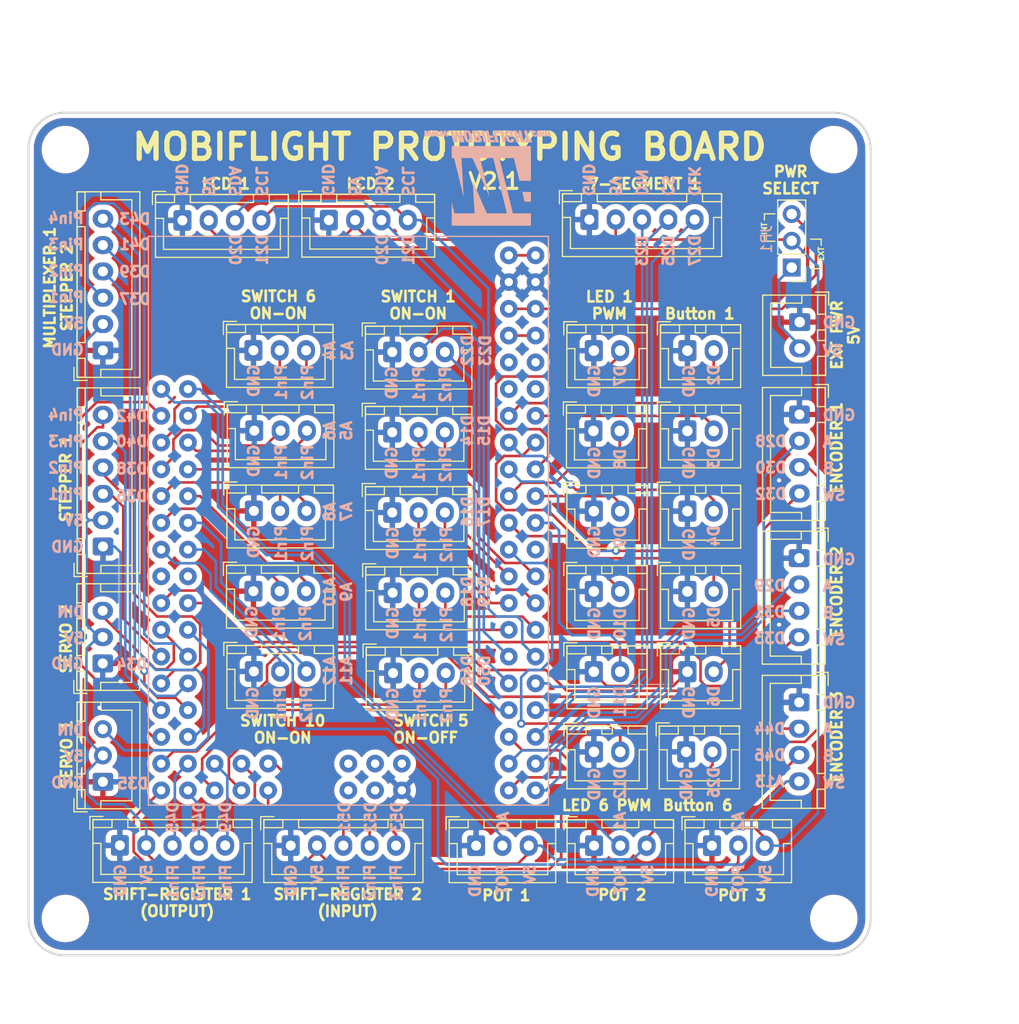
<source format=kicad_pcb>
(kicad_pcb (version 20211014) (generator pcbnew)
  (layers (0 "F.Cu" signal) (31 "B.Cu" signal) (34 "B.Paste" user) (35 "F.Paste" user) (36 "B.SilkS" user "B.Silkscreen") (37 "F.SilkS" user "F.Silkscreen") (38 "B.Mask" user) (39 "F.Mask" user) (44 "Edge.Cuts" user))
  (net 0 "")
  (net 1 "GND")
  (net 2 "BTN01")
  (net 3 "BTN02")
  (net 4 "BTN03")
  (net 5 "BTN04")
  (net 6 "BTN05")
  (net 7 "LED01")
  (net 8 "+5V")
  (net 9 "+5VD")
  (net 10 "LED02")
  (net 11 "LED03")
  (net 12 "LED04")
  (net 13 "LED05")
  (net 14 "SW01-1")
  (net 15 "SW01-3")
  (net 16 "SW02-1")
  (net 17 "SW02-3")
  (net 18 "SW03-1")
  (net 19 "SW03-3")
  (net 20 "SW04-1")
  (net 21 "SW04-3")
  (net 22 "SW05-1")
  (net 23 "SW05-3")
  (net 24 "SW06-1")
  (net 25 "SW06-3")
  (net 26 "SW07-1")
  (net 27 "SW07-3")
  (net 28 "SW08-1")
  (net 29 "SW08-3")
  (net 30 "SW09-1")
  (net 31 "SW09-3")
  (net 32 "SW10-1")
  (net 33 "SW10-3")
  (net 34 "SERVO1")
  (net 35 "SERVO2")
  (net 36 "STEPPER1_1")
  (net 37 "STEPPER1_2")
  (net 38 "STEPPER1_3")
  (net 39 "STEPPER1_4")
  (net 40 "STEPPER2_1")
  (net 41 "STEPPER2_2")
  (net 42 "STEPPER2_3")
  (net 43 "STEPPER2_4")
  (net 44 "I2C_SDA")
  (net 45 "I2C_SCL")
  (net 46 "SHIFT_SPI_1")
  (net 47 "SHIFT_SPI_2")
  (net 48 "SHIFT_SPI_3")
  (net 49 "SHIFT2_SPI_1")
  (net 50 "SHIFT2_SPI_2")
  (net 51 "SHIFT2_SPI_3")
  (net 52 "7SEG-DIN")
  (net 53 "7SEG-CS")
  (net 54 "7SEG-CLK")
  (net 55 "ENC1-A")
  (net 56 "ENC1-B")
  (net 57 "ENC1-SW")
  (net 58 "ENC2-A")
  (net 59 "ENC2-B")
  (net 60 "ENC2-SW")
  (net 61 "ENC3-A")
  (net 62 "ENC3-B")
  (net 63 "ENC3-SW")
  (net 64 "POT1")
  (net 65 "POT2")
  (net 66 "POT3")
  (net 67 "Net-(J36-Pad2)")
  (net 68 "LED06")
  (net 69 "BTN06")
  (net 70 "unconnected-(U1-PadVIN_1)")
  (net 71 "unconnected-(U1-Pad3V3_1)")
  (footprint "Connector_JST:JST_XH_B2B-XH-A_1x02_P2.50mm_Vertical" (layer "F.Cu") (at 87.5908 46.5904)
    (fp_text reference "J1" hide)
    (fp_text value "Conn_01x02")
  )
  (footprint "Connector_JST:JST_XH_B2B-XH-A_1x02_P2.50mm_Vertical" (layer "F.Cu") (at 87.5908 54.2104)
    (fp_text reference "J2" hide)
    (fp_text value "Conn_01x02")
  )
  (footprint "Connector_JST:JST_XH_B2B-XH-A_1x02_P2.50mm_Vertical" (layer "F.Cu") (at 87.5908 61.8304)
    (fp_text reference "J3" hide)
    (fp_text value "Conn_01x02")
  )
  (footprint "Connector_JST:JST_XH_B2B-XH-A_1x02_P2.50mm_Vertical" (layer "F.Cu") (at 87.5908 69.4504)
    (fp_text reference "J4" hide)
    (fp_text value "Conn_01x02")
  )
  (footprint "Connector_JST:JST_XH_B2B-XH-A_1x02_P2.50mm_Vertical" (layer "F.Cu") (at 87.5908 77.0704)
    (fp_text reference "J5" hide)
    (fp_text value "Conn_01x02")
  )
  (footprint "Connector_JST:JST_XH_B2B-XH-A_1x02_P2.50mm_Vertical" (layer "F.Cu") (at 78.7008 46.5904)
    (fp_text reference "J6" hide)
    (fp_text value "Conn_01x02")
  )
  (footprint "Connector_JST:JST_XH_B2B-XH-A_1x02_P2.50mm_Vertical" (layer "F.Cu") (at 78.6608 54.2104)
    (fp_text reference "J7" hide)
    (fp_text value "Conn_01x02")
  )
  (footprint "Connector_JST:JST_XH_B2B-XH-A_1x02_P2.50mm_Vertical" (layer "F.Cu") (at 78.7008 69.4504)
    (fp_text reference "J9" hide)
    (fp_text value "Conn_01x02")
  )
  (footprint "Connector_JST:JST_XH_B2B-XH-A_1x02_P2.50mm_Vertical" (layer "F.Cu") (at 78.7008 77.0704)
    (fp_text reference "J10" hide)
    (fp_text value "Conn_01x02")
  )
  (footprint "Connector_JST:JST_XH_B3B-XH-A_1x03_P2.50mm_Vertical" (layer "F.Cu") (at 59.5538 46.7192)
    (fp_text reference "J11" hide)
    (fp_text value "Conn_01x03")
  )
  (footprint "Connector_JST:JST_XH_B3B-XH-A_1x03_P2.50mm_Vertical" (layer "F.Cu") (at 59.5538 54.3392)
    (fp_text reference "J12" hide)
    (fp_text value "Conn_01x03")
  )
  (footprint "Connector_JST:JST_XH_B3B-XH-A_1x03_P2.50mm_Vertical" (layer "F.Cu") (at 59.5538 61.9592)
    (fp_text reference "J13" hide)
    (fp_text value "Conn_01x03")
  )
  (footprint "Connector_JST:JST_XH_B3B-XH-A_1x03_P2.50mm_Vertical" (layer "F.Cu") (at 59.5938 69.5792)
    (fp_text reference "J14" hide)
    (fp_text value "Conn_01x03")
  )
  (footprint "Connector_JST:JST_XH_B3B-XH-A_1x03_P2.50mm_Vertical" (layer "F.Cu") (at 59.6338 77.1992)
    (fp_text reference "J15" hide)
    (fp_text value "Conn_01x03")
  )
  (footprint "Connector_JST:JST_XH_B5B-XH-A_1x05_P2.50mm_Vertical" (layer "F.Cu") (at 33.6808 93.5642)
    (fp_text reference "J27" hide)
    (fp_text value "Conn_01x05")
  )
  (footprint "Connector_JST:JST_XH_B5B-XH-A_1x05_P2.50mm_Vertical" (layer "F.Cu") (at 49.9088 93.5802)
    (fp_text reference "J28" hide)
    (fp_text value "Conn_01x05")
  )
  (footprint "Connector_JST:JST_XH_B5B-XH-A_1x05_P2.50mm_Vertical" (layer "F.Cu") (at 78.2788 34.1444)
    (fp_text reference "J29" hide)
    (fp_text value "Conn_01x05")
  )
  (footprint "Connector_JST:JST_XH_B4B-XH-A_1x04_P2.50mm_Vertical" (layer "F.Cu") (at 98.2348 52.6516 -90)
    (fp_text reference "J30" hide)
    (fp_text value "Conn_01x04")
  )
  (footprint "Connector_JST:JST_XH_B4B-XH-A_1x04_P2.50mm_Vertical" (layer "F.Cu") (at 98.2088 66.2914 -90)
    (fp_text reference "J31" hide)
    (fp_text value "Conn_01x04")
  )
  (footprint "Connector_JST:JST_XH_B4B-XH-A_1x04_P2.50mm_Vertical" (layer "F.Cu") (at 98.2088 79.982 -90)
    (fp_text reference "J32" hide)
    (fp_text value "Conn_01x04")
  )
  (footprint "Connector_JST:JST_XH_B3B-XH-A_1x03_P2.50mm_Vertical" (layer "F.Cu") (at 67.5208 93.5892)
    (fp_text reference "J33" hide)
    (fp_text value "Conn_01x03")
  )
  (footprint "Connector_JST:JST_XH_B3B-XH-A_1x03_P2.50mm_Vertical" (layer "F.Cu") (at 78.7218 93.5892)
    (fp_text reference "J34" hide)
    (fp_text value "Conn_01x03")
  )
  (footprint "Connector_JST:JST_XH_B3B-XH-A_1x03_P2.50mm_Vertical" (layer "F.Cu") (at 89.9238 93.5892)
    (fp_text reference "J35" hide)
    (fp_text value "Conn_01x03")
  )
  (footprint "Connector_JST:JST_XH_B6B-XH-A_1x06_P2.50mm_Vertical" (layer "F.Cu") (at 32.0678 46.5664 90)
    (fp_text reference "J24" hide)
    (fp_text value "Conn_01x06")
  )
  (footprint "Connector_JST:JST_XH_B4B-XH-A_1x04_P2.50mm_Vertical" (layer "F.Cu") (at 39.6208 34.2234)
    (fp_text reference "J25" hide)
    (fp_text value "Conn_01x04")
  )
  (footprint "Connector_JST:JST_XH_B2B-XH-A_1x02_P2.50mm_Vertical" (layer "F.Cu") (at 78.7008 61.8304)
    (fp_text reference "J8" hide)
    (fp_text value "Conn_01x02")
  )
  (footprint "Connector_JST:JST_XH_B2B-XH-A_1x02_P2.50mm_Vertical" (layer "F.Cu") (at 98.2598 43.8778 -90)
    (fp_text reference "J36" hide)
    (fp_text value "Conn_01x02")
  )
  (footprint "Connector_JST:JST_XH_B4B-XH-A_1x04_P2.50mm_Vertical" (layer "F.Cu") (at 53.5288 34.1952)
    (fp_text reference "J26" hide)
    (fp_text value "Conn_01x04")
  )
  (footprint "Connector_JST:JST_XH_B3B-XH-A_1x03_P2.50mm_Vertical" (layer "F.Cu") (at 46.4058 77.045)
    (fp_text reference "J20" hide)
    (fp_text value "Conn_01x03")
  )
  (footprint "Connector_JST:JST_XH_B3B-XH-A_1x03_P2.50mm_Vertical" (layer "F.Cu") (at 46.3658 46.565)
    (fp_text reference "J16" hide)
    (fp_text value "Conn_01x03")
  )
  (footprint "Connector_JST:JST_XH_B3B-XH-A_1x03_P2.50mm_Vertical" (layer "F.Cu") (at 46.3658 69.425)
    (fp_text reference "J19" hide)
    (fp_text value "Conn_01x03")
  )
  (footprint "Connector_JST:JST_XH_B3B-XH-A_1x03_P2.50mm_Vertical" (layer "F.Cu") (at 46.4058 61.805)
    (fp_text reference "J18" hide)
    (fp_text value "Conn_01x03")
  )
  (footprint "Connector_JST:JST_XH_B3B-XH-A_1x03_P2.50mm_Vertical" (layer "F.Cu") (at 46.4458 54.185)
    (fp_text reference "J17" hide)
    (fp_text value "Conn_01x03")
  )
  (footprint "Connector_JST:JST_XH_B3B-XH-A_1x03_P2.50mm_Vertical" (layer "F.Cu") (at 32.0678 87.5256 90)
    (fp_text reference "J21" hide)
    (fp_text value "Conn_01x03")
  )
  (footprint "Connector_JST:JST_XH_B6B-XH-A_1x06_P2.50mm_Vertical" (layer "F.Cu") (at 32.0768 65.1832 90)
    (fp_text reference "J23" hide)
    (fp_text value "Conn_01x06")
  )
  (footprint "Connector_JST:JST_XH_B3B-XH-A_1x03_P2.50mm_Vertical" (layer "F.Cu") (at 32.0518 76.283 90)
    (fp_text reference "J22" hide)
    (fp_text value "Conn_01x03")
  )
  (footprint "Connector_PinHeader_2.54mm:PinHeader_1x03_P2.54mm_Vertical" (layer "F.Cu") (at 97.5 38.7 180)
    (fp_text reference "JP1")
    (fp_text value "Jumper_3_Open")
  )
  (footprint "MountingHole:MountingHole_3.5mm" (layer "F.Cu") (at 28.5 100.5)
    (fp_text reference "H3" hide)
    (fp_text value "MountingHole")
  )
  (footprint "MountingHole:MountingHole_3.5mm" (layer "F.Cu") (at 101.5 100.5)
    (fp_text reference "H4" hide)
    (fp_text value "MountingHole")
  )
  (footprint "Connector_JST:JST_XH_B2B-XH-A_1x02_P2.50mm_Vertical" (layer "F.Cu") (at 78.7114 84.681)
    (fp_text reference "J37" hide)
    (fp_text value "Conn_01x02")
  )
  (footprint "MountingHole:MountingHole_3.5mm" (layer "F.Cu") (at 28.5 27.5)
    (fp_text reference "H1" hide)
    (fp_text value "MountingHole")
  )
  (footprint "Connector_JST:JST_XH_B2B-XH-A_1x02_P2.50mm_Vertical" (layer "F.Cu") (at 87.4744 84.681)
    (fp_text reference "J38" hide)
    (fp_text value "Conn_01x02")
  )
  (footprint "MountingHole:MountingHole_3.5mm" (layer "F.Cu") (at 101.5 27.5)
    (fp_text reference "H2" hide)
    (fp_text value "MountingHole")
  )
  (footprint "MODULE_MEGA_PRO_EMBED_CH340G_:_ATMEGA2560" (layer "B.Cu") (at 55.3848 62.7386 -90)
    (fp_text reference "U1" hide)
    (fp_text value "MEGA_PRO_EMBED_CH340G___ATMEGA2560")
  )
  (footprint "footprints:mobiflight-logo-12" (layer "B.Cu") (at 68.6 30.2)
    (fp_text reference "G***" hide)
    (fp_text value "LOGO" hide)
  )
  (gr_line (start 95.9 36.2) (end 94.9 36.2) (layer "F.SilkS") (width 0.12))
  (gr_line (start 100.3 36.6) (end 100.3 36) (layer "F.SilkS") (width 0.12))
  (gr_line (start 99.3 38.8) (end 100.3 38.8) (layer "F.SilkS") (width 0.12))
  (gr_line (start 99.3 36) (end 100.3 36) (layer "F.SilkS") (width 0.12))
  (gr_line (start 100.3 38.8) (end 100.3 38.2) (layer "F.SilkS") (width 0.12))
  (gr_line (start 95.9 33.6) (end 94.9 33.6) (layer "F.SilkS") (width 0.12))
  (gr_line (start 94.9 35.6) (end 94.9 36.2) (layer "F.SilkS") (width 0.12))
  (gr_line (start 94.9 33.6) (end 94.9 34.2) (layer "F.SilkS") (width 0.12))
  (gr_arc (start 101.5 24) (mid 103.974874 25.025126) (end 105 27.5) (layer "Edge.Cuts") (width 0.2))
  (gr_line (start 25 100.6) (end 25 27.4) (layer "Edge.Cuts") (width 0.2))
  (gr_line (start 105 27.5) (end 105 100.5) (layer "Edge.Cuts") (width 0.2))
  (gr_arc (start 28.4 104) (mid 25.995837 103.004163) (end 25 100.6) (layer "Edge.Cuts") (width 0.2))
  (gr_arc (start 25 27.4) (mid 25.995837 24.995837) (end 28.4 24) (layer "Edge.Cuts") (width 0.2))
  (gr_line (start 28.4 24) (end 101.5 24) (layer "Edge.Cuts") (width 0.2))
  (gr_line (start 101.5 104) (end 28.4 104) (layer "Edge.Cuts") (width 0.2))
  (gr_arc (start 105 100.5) (mid 103.974874 102.974874) (end 101.5 104) (layer "Edge.Cuts") (width 0.2))
  (gr_text "GND" (at 87.75 65 90) (layer "B.SilkS") (effects (font (size 1 1) (thickness 0.25)) (justify mirror)))
  (gr_text "GND" (at 59.6 72.457143 90) (layer "B.SilkS") (effects (font (size 1 1) (thickness 0.25)) (justify mirror)))
  (gr_text "SCL" (at 61.02381 30.5142 270) (layer "B.SilkS") (effects (font (size 1 1) (thickness 0.25)) (justify mirror)))
  (gr_text "D45" (at 38.7 90.9 90) (layer "B.SilkS") (effects (font (size 1 1) (thickness 0.25)) (justify mirror)))
  (gr_text "SCL" (at 47.12381 30.5142 270) (layer "B.SilkS") (effects (font (size 1 1) (thickness 0.25)) (justify mirror)))
  (gr_text "5V" (at 29.319048 73.9142) (layer "B.SilkS") (effects (font (size 1 1) (thickness 0.25)) (justify mirror)))
  (gr_text "D19" (at 68.3 69.477801 90) (layer "B.SilkS") (effects (font (size 1 1) (thickness 0.25)) (justify mirror)))
  (gr_text "D38" (at 34.8 57.8) (layer "B.SilkS") (effects (font (size 1 1) (thickness 0.25)) (justify mirror)))
  (gr_text "Pin1" (at 49 64.9 90) (layer "B.SilkS") (effects (font (size 1 1) (thickness 0.25)) (justify mirror)))
  (gr_text "GND" (at 33.72381 96.9 90) (layer "B.SilkS") (effects (font (size 1 1) (thickness 0.25)) (justify mirror)))
  (gr_text "SDA" (at 44.590476 30.490391 270) (layer "B.SilkS") (effects (font (size 1 1) (thickness 0.25)) (justify mirror)))
  (gr_text "POT" (at 70.02381 96.8142 90) (layer "B.SilkS") (effects (font (size 1 1) (thickness 0.25)) (justify mirror)))
  (gr_text "D48" (at 66.7 76.977801 90) (layer "B.SilkS") (effects (font (size 1 1) (thickness 0.25)) (justify mirror)))
  (gr_text "Pin2" (at 64.6 49.8 90) (layer "B.SilkS") (effects (font (size 1 1) (thickness 0.25)) (justify mirror)))
  (gr_text "GND" (at 39.52381 30.371343 270) (layer "B.SilkS") (effects (font (size 1 1) (thickness 0.25)) (justify mirror)))
  (gr_text "GND" (at 46.3 80.057143 90) (layer "B.SilkS") (effects (font (size 1 1) (thickness 0.25)) (justify mirror)))
  (gr_text "SW" (at 101.52381 60.3142) (layer "B.SilkS") (effects (font (size 1 1) (thickness 0.25)) (justify mirror)))
  (gr_text "D10" (at 81.2 72.5 90) (layer "B.SilkS") (effects (font (size 1 1) (thickness 0.25)) (justify mirror)))
  (gr_text "D49" (at 43.7 90.9 90) (layer "B.SilkS") (effects (font (size 1 1) (thickness 0.25)) (justify mirror)))
  (gr_text "CLK" (at 88.22381 30.490391 270) (layer "B.SilkS") (effects (font (size 1 1) (thickness 0.25)) (justify mirror)))
  (gr_text "D21" (at 61.1 37 90) (layer "B.SilkS") (effects (font (size 1 1) (thickness 0.25)) (justify mirror)))
  (gr_text "GND" (at 102 80.0142) (layer "B.SilkS") (effects (font (size 1 1) (thickness 0.25)) (justify mirror)))
  (gr_text "Pin1" (at 62.1 57.4 90) (layer "B.SilkS") (effects (font (size 1 1) (thickness 0.25)) (justify mirror)))
  (gr_text "5V" (at 42.057143 30.990391 270) (layer "B.SilkS") (effects (font (size 1 1) (thickness 0.25)) (justify mirror)))
  (gr_text "B" (at 100.976191 57.780866) (layer "B.SilkS") (effects (font (size 1 1) (thickness 0.25)) (justify mirror)))
  (gr_text "GND" (at 78.75 57.25 90) (layer "B.SilkS") (effects (font (size 1 1) (thickness 0.25)) (justify mirror)))
  (gr_text "Pin1\n" (at 28.557143 60.2142) (layer "B.SilkS") (effects (font (size 1 1) (thickness 0.25)) (justify mirror)))
  (gr_text "A4" (at 53.6 46.6 90) (layer "B.SilkS") (effects (font (size 1 1) (thickness 0.25)) (justify mirror)))
  (gr_text "POT" (at 81.22381 96.8142 90) (layer "B.SilkS") (effects (font (size 1 1) (thickness 0.25)) (justify mirror)))
  (gr_text "D20\n" (at 44.7 37 90) (layer "B.SilkS") (effects (font (size 1 1) (thickness 0.25)) (justify mirror)))
  (gr_text "Pin2" (at 64.7 80.3 90) (layer "B.SilkS") (effects (font (size 1 1) (thickness 0.25)) (justify mirror)))
  (gr_text "D11" (at 81.2 79.9 90) (layer "B.SilkS") (effects (font (size 1 1) (thickness 0.25)) (justify mirror)))
  (gr_text "5V" (at 29.319048 44.0142) (layer "B.SilkS") (effects (font (size 1 1) (thickness 0.25)) (justify mirror)))
  (gr_text "SDA" (at 58.490476 30.490391 270) (layer "B.SilkS") (effects (font (size 1 1) (thickness 0.25)) (justify mirror)))
  (gr_text "D2" (at 90.1 48.9 90) (layer "B.SilkS") (effects (font (size 1 1) (thickness 0.25)) (justify mirror)))
  (gr_text "A10" (at 53.6 69.5 90) (layer "B.SilkS") (effects (font (size 1 1) (thickness 0.25)) (justify mirror)))
  (gr_text "GND" (at 59.5 49.657143 90) (layer "B.SilkS") (effects (font (size 1 1) (thickness 0.25)) (justify mirror)))
  (gr_text "A12" (at 53.6 77 90) (layer "B.SilkS") (effects (font (size 1 1) (thickness 0.25)) (justify mirror)))
  (gr_text "5V" (at 29.319048 85.1142) (layer "B.SilkS") (effects (font (size 1 1) (thickness 0.25)) (justify mirror)))
  (gr_text "GND" (at 87.75 80 90) (layer "B.SilkS") (effects (font (size 1 1) (thickness 0.25)) (justify mirror)))
  (gr_text "5V" (at 52.42381 96.3142 90) (layer "B.SilkS") (effects (font (size 1 1) (thickness 0.25)) (justify mirror)))
  (gr_text "A" (at 100.904762 68.947533) (layer "B.SilkS") (effects (font (size 1 1) (thickness 0.25)) (justify mirror)))
  (gr_text "Pin3\n" (at 28.557143 36.5142) (layer "B.SilkS") (effects (font (size 1 1) (thickness 0.25)) (justify mirror)))
  (gr_text "A5" (at 55.2 54.2 90) (layer "B.SilkS") (effects (font (size 1 1) (thickness 0.25)) (justify mirror)))
  (gr_text "GND" (at 53.42381 30.371343 270) (layer "B.SilkS") (effects (font (size 1 1) (thickness 0.25)) (justify mirror)))
  (gr_text "D39" (at 35.1 39.1) (layer "B.SilkS") (effects (font (size 1 1) (thickness 0.25)) (justify mirror)))
  (gr_text "5V" (at 80.72381 30.990391 270) (layer "B.SilkS") (effects (font (size 1 1) (thickness 0.25)) (justify mirror)))
  (gr_text "D40" (at 34.8 55.2) (layer "B.SilkS") (effects (font (size 1 1) (thickness 0.25)) (justify mirror)))
  (gr_text "D8" (at 81.2 56.9 90) (layer "B.SilkS") (effects (font (size 1 1) (thickness 0.25)) (justify mirror)))
  (gr_text "Pin2" (at 64.6 57.4 90) (layer "B.SilkS") (effects (font (size 1 1) (thickness 0.25)) (justify mirror)))
  (gr_text "Pin1" (at 62.1 49.8 90) (layer "B.SilkS") (effects (font (size 1 1) (thickness 0.25)) (justify mirror)))
  (gr_text "GND" (at 46.4 57.057143 90) (layer "B.SilkS") (effects (font (size 1 1) (thickness 0.25)) (justify mirror)))
  (gr_text "D7" (at 81.2 49 90) (layer "B.SilkS") (effects (font (size 1 1) (thickness 0.25)) (justify mirror)))
  (gr_text "CS" (at 85.72381 30.918962 270) (layer "B.SilkS") (effects (font (size 1 1) (thickness 0.25)) (justify mirror)))
  (gr_text "D50" (at 68.3 76.977801 90) (layer "B.SilkS") (effects (font (size 1 1) (thickness 0.25)) (justify mirror)))
  (gr_text "5V" (at 83.82381 96.3142 90) (layer "B.SilkS") (effects (font (size 1 1) (thickness 0.25)) (justify mirror)))
  (gr_text "Pin1" (at 49 57.2 90) (layer "B.SilkS") (effects (font (size 1 1) (thickness 0.25)) (justify mirror)))
  (gr_text "GND" (at 102 66.4142) (layer "B.SilkS") (effects (font (size 1 1) (thickness 0.25)) (justify mirror)))
  (gr_text "DIN" (at 29 71.4) (layer "B.SilkS") (effects (font (size 1 1) (thickness 0.25)) (justify mirror)))
  (gr_text "Pin1" (at 49 49.6 90) (layer "B.SilkS") (effects (font (size 1 1) (thickness 0.25)) (justify mirror)))
  (gr_text "D28" (at 95.5 55.2) (layer "B.SilkS") (effects (font (size 1 1) (thickness 0.25)) (justify mirror)))
  (gr_text "A9" (at 55.2 69.5 90) (layer "B.SilkS") (effects (font (size 1 1) (thickness 0.25)) (justify mirror)))
  (gr_text "B" (at 100.976191 85.080866) (layer "B.SilkS") (effects (font (size 1 1) (thickness 0.25)) (justify mirror)))
  (gr_text "D20\n" (at 58.6 37 90) (layer "B.SilkS") (effects (font (size 1 1) (thickness 0.25)) (justify mirror)))
  (gr_text "GND" (at 67.42381 96.933247 90) (layer "B.SilkS") (effects (font (size 1 1) (thickness 0.25)) (justify mirror)))
  (gr_text "D9" (at 81.2 64.3 90) (layer "B.SilkS") (effects (font (size 1 1) (thickness 0.25)) (justify mirror)))
  (gr_text "Pin2" (at 51.3 72.5 90) (layer "B.SilkS") (effects (font (size 1 1) (thickness 0.25)) (justify mirror)))
  (gr_text "GND" (at 78.62381 96.933247 90) (layer "B.SilkS") (effects (font (size 1 1) (thickness 0.25)) (justify mirror)))
  (gr_text "DIN" (at 29 82.6) (layer "B.SilkS") (effects (font (size 1 1) (thickness 0.25)) (justify mirror)))
  (gr_text "D26" (at 90.1 87.6 90) (layer "B.SilkS") (effects (font (size 1 1) (thickness 0.25)) (justify mirror)))
  (gr_text "D14" (at 66.7 54.177801 90) (layer "B.SilkS") (effects (font (size 1 1) (thickness 0.25)) (justify mirror)))
  (gr_text "GND" (at 28.7 76.3) (layer "B.SilkS") (effects (font (size 1 1) (thickness 0.25)) (justify mirror)))
  (gr_text "D32" (at 95.5 60.2) (layer "B.SilkS") (effects (font (size 1 1) (thickness 0.25)) (justify mirror)))
  (gr_text "D29" (at 95.4 68.9) (layer "B.SilkS") (effects (font (size 1 1) (thickness 0.25)) (justify mirror)))
  (gr_text "D4" (at 90.1 64.2 90) (layer "B.SilkS") (effects (font (size 1 1) (thickness 0.25)) (justify mirror)))
  (gr_text "GND" (at 28.7 87.6) (layer "B.SilkS") (effects (font (size 1 1) (thickness 0.25)) (justify mirror)))
  (gr_text "D18" (at 66.7 69.477801 90) (layer "B.SilkS") (effects (font (size 1 1) (thickness 0.25)) (justify mirror)))
  (gr_text "5V" (at 101.380953 46.6142) (layer "B.SilkS") (effects (font (size 1 1) (thickness 0.25)) (justify mirror)))
  (gr_text "D30" (at 95.5 57.7) (layer "B.SilkS") (effects (font (size 1 1) (thickness 0.25)) (justify mirror)))
  (gr_text "SW" (at 101.52381 87.6142) (layer "B.SilkS") (effects (font (size 1 1) (thickness 0.25)) (justify mirror)))
  (gr_text "A" (at 100.904762 82.547533) (layer "B.SilkS") (effects (font (size 1 1) (thickness 0.25)) (justify mirror)))
  (gr_text "Pin3\n" (at 59.92381 97.076105 90) (layer "B.SilkS") (effects (font (size 1 1) (thickness 0.25)) (justify mirror)))
  (gr_text "5V" (at 55.957143 30.990391 270) (layer "B.SilkS") (effects (font (size 1 1) (thickness 0.25)) (justify mirror)))
  (gr_text "D12" (at 81.2 87.7 90) (layer "B.SilkS") (effects (font (size 1 1) (thickness 0.25)) (justify mirror)))
  (gr_text "A13" (at 95.4 87.5) (layer "B.SilkS") (effects (font (size 1 1) (thickness 0.25)) (justify mirror)))
  (gr_text "D34" (at 34.8 76.4) (layer "B.SilkS") (effects (font (size 1 1) (thickness 0.25)) (justify mirror)))
  (gr_text "Pin3\n" (at 28.557143 55.2142) (layer "B.SilkS") (effects (font (size 1 1) (thickness 0.25)) (justify mirror)))
  (gr_text "Pin4\n" (at 28.557143 52.7142) (layer "B.SilkS") (effects (font (size 1 1) (thickness 0.25)) (justify mirror)))
  (gr_text "D5" (at 90.1 71.9 90) (layer "B.SilkS") (effects (font (size 1 1) (thickness 0.25)) (justify mirror)))
  (gr_text "D6" (at 90.1 79.4 90) (layer "B.SilkS") (effects (font (size 1 1) (thickness 0.25)) (justify mirror)))
  (gr_text "D31" (at 95.4 71.4) (layer "B.SilkS") (effects (font (size 1 1) (thickness 0.25)) (justify mirror)))
  (gr_text "B" (at 100.976191 71.480866) (layer "B.SilkS") (effects (font (size 1 1) (thickness 0.25)) (justify mirror)))
  (gr_text "A3" (at 55.3 46.6 90) (layer "B.SilkS") (effects (font (size 1 1) (thickness 0.25)) (justify mirror)))
  (gr_text "Pin1" (at 48.9 80.2 90) (layer "B.SilkS") (effects (font (size 1 1) (thickness 0.25)) (justify mirror)))
  (gr_text "5V" (at 36.22381 96.3142 90) (layer "B.SilkS") (effects (font (size 1 1) (thickness 0.25)) (justify mirror)))
  (gr_text "GND" (at 59.6 80.157143 90) (layer "B.SilkS") (effects (font (size 1 1) (thickness 0.25)) (justify mirror)))
  (gr_text "GND" (at 59.5 57.257143 90) (layer "B.SilkS") (effects (font (size 1 1) (thickness 0.25)) (justify mirror)))
  (gr_text "GND" (at 78.190477 30.371343 270) (layer "B.SilkS") (effects (font (size 1 1) (thickness 0.25)) (justify mirror)))
  (gr_text "Pin2" (at 51.4 80.2 90) (layer "B.SilkS") (effects (font (size 1 1) (thickness 0.25)) (justify mirror)))
  (gr_text "D42" (at 34.8 52.8) (layer "B.SilkS") (effects (font (size 1 1) (thickness 0.25)) (justify mirror)))
  (gr_text "D33" (at 95.4 73.9) (layer "B.SilkS") (effects (font (size 1 1) (thickness 0.25)) (justify mirror)))
  (gr_text "Pin2" (at 64.7 65 90) (layer "B.SilkS") (effects (font (size 1 1) (thickness 0.25)) (justify mirror)))
  (gr_text "D35" (at 34.9 87.7) (layer "B.SilkS") (effects (font (size 1 1) (thickness 0.25)) (justify mirror)))
  (gr_text "GND" (at 46.2 72.357143 90) (layer "B.SilkS") (effects (font (size 1 1) (thickness 0.25)) (justify mirror)))
  (gr_text "5V" (at 72.62381 96.3142 90) (layer "B.SilkS") (effects (font (size 1 1) (thickness 0.25)) (justify mirror)))
  (gr_text "DIN" (at 83.22381 30.633248 270) (layer "B.SilkS") (effects (font (size 1 1) (thickness 0.25)) (justify mirror)))
  (gr_text "Pin2" (at 64.7 72.6 90) (layer "B.SilkS") (effects (font (size 1 1) (thickness 0.25)) (justify mirror)))
  (gr_text "GND" (at 102 43.9142) (layer "B.SilkS") (effects (font (size 1 1) (thickness 0.25)) (justify mirror)))
  (gr_text "Pin2" (at 51.5 57.2 90) (layer "B.SilkS") (effects (font (size 1 1) (thickness 0.25)) (justify mirror)))
  (gr_text "GND" (at 78.75 80 90) (layer "B.SilkS") (effects (font (size 1 1) (thickness 0.25)) (justify mirror)))
  (gr_text "D23" (at 83.3 37.1 90) (layer "B.SilkS") (effects (font (size 1 1) (thickness 0.25)) (justify mirror)))
  (gr_text "A2" (at 92.4 91.3 90) (layer "B.SilkS") (effects (font (size 1 1) (thickness 0.25)) (justify mirror)))
  (gr_text "A8" (at 53.6 61.9 90) (layer "B.SilkS") (effects (font (size 1 1) (thickness 0.25)) (justify mirror)))
  (gr_text "GND" (at 28.7 65.2142) (layer "B.SilkS") (effects (font (size 1 1) (thickness 0.25)) (justify mirror)))
  (gr_text "Pin1" (at 62.2 80.3 90) (layer "B.SilkS") (effects (font (size 1 1) (thickness 0.25)) (justify mirror)))
  (gr_text "Pin1" (at 48.8 72.5 90) (layer "B.SilkS") (effects (font (size 1 1) (thickness 0.25)) (justify mirror)))
  (gr_text "POT" (at 92.42381 96.8142 90) (layer "B.SilkS") (effects (font (size 1 1) (thickness 0.25)) (justify mirror)))
  (gr_text "D22" (at 66.7 46.577801 90) (layer "B.SilkS") (effects (font (size 1 1) (thickness 0.25)) (justify mirror)))
  (gr_text "A0" (at 70.1 91.3 90) (layer "B.SilkS") (effects (font (size 1 1) (thickness 0.25)) (justify mirror)))
  (gr_text "GND" (at 87.75 72.5 90) (layer "B.SilkS") (effects (font (size 1 1) (thickness 0.25)) (justify mirror)))
  (gr_text "D44" (at 95.4 82.5) (layer "B.SilkS") (effects (font (size 1 1) (thickness 0.25)) (justify mirror)))
  (gr_text "D25" (at 85.8 37.1 90) (layer "B.SilkS") (effects (font (size 1 1) (thickness 0.25)) (justify mirror)))
  (gr_text "Pin1" (at 62.2 72.6 90) (layer "B.SilkS") (effects (font (size 1 1) (thickness 0.25)) (justify mirror)))
  (gr_text "Pin2\n" (at 57.42381 97.076105 90) (layer "B.SilkS") (effects (font (size 1 1) (thickness 0.25)) (justify mirror)))
  (gr_text "Pin1\n" (at 54.92381 97.076104 90) (layer "B.SilkS") (effects (font (size 1 1) (thickness 0.25)) (justify mirror)))
  (gr_text "D16" (at 66.7 61.877801 90) (layer "B.SilkS") (effects (font (size 1 1) (thickness 0.25)) (justify mirror)))
  (gr_text "Pin2\n" (at 41.22381 97.076105 90) (layer "B.SilkS") (effects (font (size 1 1) (thickness 0.25)) (justify mirror)))
  (gr_text "A1" (at 81.2 91.3 90) (layer "B.SilkS") (effects (font (size 1 1) (thickness 0.25)) (justify mirror)))
  (gr_text "Pin4\n" (at 28.557143 34.0142) (layer "B.SilkS") (effects (font (size 1 1) (thickness 0.25)) (justify mirror)))
  (gr_text "5V" (at 29.319048 62.7142) (layer "B.SilkS") (effects (font (size 1 1) (thickness 0.25)) (justify mirror)))
  (gr_text "D15" (at 68.3 54.177801 90) (layer "B.SilkS") (effects (font (size 1 1) (thickness 0.25)) (justify mirror)))
  (gr_text "GND" (at 46.4 64.757143 90) (layer "B.SilkS") (effects (font (size 1 1) (thickness 0.25)) (justify mirror)))
  (gr_text "GND" (at 87.5 87.75 90) (layer "B.SilkS") (effects (font (size 1 1) (thickness 0.25)) (justify mirror)))
  (gr_text "Pin3\n" (at 43.72381 97.076105 90) (layer "B.SilkS") (effects (font (size 1 1) (thickness 0.25)) (justify mirror)))
  (gr_text "SW" (at 101.52381 74.0142) (layer "B.SilkS") (effects (font (size 1 1) (thickness 0.25)) (justify mirror)))
  (gr_text "5V" (at 95.02381 96.3142 90) (layer "B.SilkS") (effects (font (size 1 1) (thickness 0.25)) (justify mirror)))
  (gr_text "Pin1\n" (at 38.72381 97.076104 90) (layer "B.SilkS") (effects (font (size 1 1) (thickness 0.25)) (justify mirror)))
  (gr_text "D21" (at 47.2 37 90) (layer "B.SilkS") (effects (font (size 1 1) (thickness 0.25)) (justify mirror)))
  (gr_text "D53" (at 60 90.9 90) (layer "B.SilkS") (effects (font (size 1 1) (thickness 0.25)) (justify mirror)))
  (gr_text "D17" (at 68.3 61.877801 90) (layer "B.SilkS") (effects (font (size 1 1) (thickness 0.25)) (justify mirror)))
  (gr_text "D47" (at 41.2 90.9 90) (layer "B.SilkS") (effects (font (size 1 1) (thickness 0.25)) (justify mirror)))
  (gr_text "D23" (at 68.4 46.577801 90) (layer "B.SilkS") (effects (font (size 1 1) (thickness 0.25)) (justify mirror)))
  (gr_text "D3" (at 90.1 56.8 90) (layer "B.SilkS") (effects (font (size 1 1) (thickness 0.25)) (justify mirror)))
  (gr_text "Pin1\n" (at 28.557143 41.5142) (layer "B.SilkS") (effects (font (size 1 1) (thickness 0.25)) (justify mirror)))
  (gr_text "Pin2" (at 51.5 64.9 90) (layer "B.SilkS") (effects (font (size 1 1) (thickness 0.25)) (justify mirror)))
  (gr_text "Pin2" (at 51.5 49.6 90) (layer "B.SilkS") (effects (font (size 1 1) (thickness 0.25)) (justify mirror)))
  (gr_text "GND" (at 49.92381 96.933247 90) (layer "B.SilkS") (effects (font (size 1 1) (thickness 0.25)) (justify mirror)))
  (gr_text "D46" (at 95.4 85) (layer "B.SilkS") (effects (font (size 1 1) (thickness 0.25)) (justify mirror)))
  (gr_text "A11" (at 55.2 77 90) (layer "B.SilkS") (effects (font (size 1 1) (thickness 0.25)) (justify mirror)))
  (gr_text "D41" (at 35.1 36.5) (layer "B.SilkS") (effects (font (size 1 1) (thickness 0.25)) (justify mirror)))
  (gr_text "GND" (at 78.75 72.5 90) (layer "B.SilkS") (effects (font (size 1 1) (thickness 0.25)) (justify mirror)))
  (gr_text "GND" (at 78.75 49.5 90) (layer "B.SilkS") (effects (font (size 1 1) (thickness 0.25)) (justify mirror)))
  (gr_text "GND" (at 87.75 57.25 90) (layer "B.SilkS") (effects (font (size 1 1) (thickness 0.25)) (justify mirror)))
  (gr_text "GND" (at 46.4 49.457143 90) (layer "B.SilkS") (effects (font (size 1 1) (thickness 0.25)) (justify mirror)))
  (gr_text "D52" (at 57.5 90.9 90) (layer "B.SilkS") (effects (font (size 1 1) (thickness 0.25)) (justify mirror)))
  (gr_text "Pin1" (at 62.2 65 90) (layer "B.SilkS") (effects (font (size 1 1) (thickness 0.25)) (justify mirror)))
  (gr_text "D37" (at 35.1 41.7) (layer "B.SilkS") (effects (font (size 1 1) (thickness 0.25)) (justify mirror)))
  (gr_text "D43" (at 35.1 34.1) (layer "B.SilkS") (effects (font (size 1 1) (thickness 0.25)) (justify mirror)))
  (gr_text "Pin2\n" (at 28.557143 39.0142) (layer "B.SilkS") (effects (font (size 1 1) (thickness 0.25)) (justify mirror)))
  (gr_text "GND" (at 89.82381 96.933247 270) (layer "B.SilkS") (effects (font (size 1 1) (thickness 0.25)) (justify mirror)))
  (gr_text "GND" (at 59.6 64.857143 90) (layer "B.SilkS") (effects (font (size 1 1) (thickness 0.25)) (justify mirror)))
  (gr_text "GND" (at 28.7 46.5142) (layer "B.SilkS") (effects (font (size 1 1) (thickness 0.25)) (justify mirror)))
  (gr_text "D27" (at 88.3 37.1 90) (layer "B.SilkS") (effects (font (size 1 1) (thickness 0.25)) (justify mirror)))
  (gr_text "A6" (at 53.6 54.2 90) (layer "B.SilkS") (effects (font (size 1 1) (thickness 0.25)) (justify mirror)))
  (gr_text "GND" (at 87.75 49.5 90) (layer "B.SilkS") (effects (font (size 1 1) (thickness 0.25)) (justify mirror)))
  (gr_text "A7" (at 55.2 61.9 90) (layer "B.SilkS") (effects (font (size 1 1) (thickness 0.25)) (justify mirror)))
  (gr_text "A" (at 100.904762 55.247533) (layer "B.SilkS") (effects (font (size 1 1) (thickness 0.25)) (justify mirror)))
  (gr_text "GND" (at 78.75 64.75 90) (layer "B.SilkS") (effects (font (size 1 1) (thickness 0.25)) (justify mirror)))
  (gr_text "D36" (at 34.8 60.4) (layer "B.SilkS") (effects (font (size 1 1) (thickness 0.25)) (justify mirror)))
  (gr_text "Pin2\n" (at 28.557143 57.7142) (layer "B.SilkS") (effects (font (size 1 1) (thickness 0.25)) (justify mirror)))
  (gr_text "GND" (at 102 52.7142) (layer "B.SilkS") (effects (font (size 1 1) (thickness 0.25)) (justify mirror)))
  (gr_text "GND" (at 78.75 87.75 90) (layer "B.SilkS") (effects (font (size 1 1) (thickness 0.25)) (justify mirror)))
  (gr_text "D51" (at 55 90.9 90) (layer "B.SilkS") (effects (font (size 1 1) (thickness 0.25)) (justify mirror)))
  (gr_text "Button 6" (at 88.56661 89.761) (layer "F.SilkS") (effects (font (size 1 1) (thickness 0.25))))
  (gr_text "LED 1\nPWM" (at 80.18461 42.2724) (layer "F.SilkS") (effects (font (size 1 1) (thickness 0.25))))
  (gr_text "LED 6 PWM" (at 79.93061 89.761) (layer "F.SilkS") (effects (font (size 1 1) (thickness 0.25))))
  (gr_text "SWITCH 10\nON-ON" (at 49.14881 82.5396) (layer "F.SilkS") (effects (font (size 1 1) (thickness 0.25))))
  (gr_text "7-SEGMENT 1" (at 83.5 30.75) (layer "F.SilkS") (effects (font (size 1 1) (thickness 0.25))))
  (gr_text "ENCODER 1" (at 101.77881 55.8012 90) (layer "F.SilkS") (effects (font (size 1 1) (thickness 0.25))))
  (gr_text "ENCODER 3" (at 101.77881 83.2586 90) (layer "F.SilkS") (effects (font (size 1 1) (thickness 0.25))))
  (gr_text "SHIFT-REGISTER 1\n(OUTPUT)" (at 39.12381 99.0142) (layer "F.SilkS") (effects (font (size 1 1) (thickness 0.25))))
  (gr_text "SHIFT-REGISTER 2\n(INPUT)" (at 55.32381 99.0142) (layer "F.SilkS") (effects (font (size 1 1) (thickness 0.25))))
  (gr_text "POT 1" (at 70.38601 98.3142) (layer "F.SilkS") (effects (font (size 1 1) (thickness 0.25))))
  (gr_text "POT 2" (at 81.40961 98.2634) (layer "F.SilkS") (effects (font (size 1 1) (thickness 0.25))))
  (gr_text "POT 3" (at 92.78881 98.3142) (layer "F.SilkS") (effects (font (size 1 1) (thickness 0.25))))
  (gr_text "LCD 1" (at 43.75 30.75) (layer "F.SilkS") (effects (font (size 1 1) (thickness 0.25))))
  (gr_text "LCD 2" (at 57.5 30.75) (layer "F.SilkS") (effects (font (size 1 1) (thickness 0.25))))
  (gr_text "ENCODER 2" (at 101.76521 69.4918 90) (layer "F.SilkS") (effects (font (size 1 1) (thickness 0.25))))
  (gr_text "SWITCH 1\nON-ON" (at 62.02381 42.2642) (layer "F.SilkS") (effects (font (size 1 1) (thickness 0.25))))
  (gr_text "SWITCH 5\nON-OFF" (at 59.52381 82.5314) (layer "F.SilkS") (effects (font (size 1 1) (thickness 0.25)) (justify left)))
  (gr_text "EXT PWR\n5V" (at 102.6 45.1 90) (layer "F.SilkS") (effects (font (size 1 1) (thickness 0.25))))
  (gr_text "SWITCH 6\nON-ON" (at 48.74881 42.2396) (layer "F.SilkS") (effects (font (size 1 1) (thickness 0.25))))
  (gr_text "SERVO 1" (at 28.62261 84.919 90) (layer "F.SilkS") (effects (font (size 1 1) (thickness 0.25))))
  (gr_text "STEPPER 1" (at 28.53701 58.7222 90) (layer "F.SilkS") (effects (font (size 1 1) (thickness 0.25))))
  (gr_text "SERVO 2" (at 28.56241 73.9622 90) (layer "F.SilkS") (effects (font (size 1 1) (thickness 0.25))))
  (gr_text "STEPPER 2" (at 28.63861 40.596 90) (layer "F.SilkS") (effects (font (size 1 1) (thickness 0.25))))
  (gr_text "INT" (at 94.9 35 90) (layer "F.SilkS") (effects (font (size 0.5 0.5) (thickness 0.125))))
  (gr_text "MULTIPLEXER 1" (at 27.02381 40.6142 90) (layer "F.SilkS") (effects (font (size 1 1) (thickness 0.25))))
  (gr_text "V2.1" (at 69.25 30.5) (layer "F.SilkS") (effects (font (size 1.5 1.5) (thickness 0.3))))
  (gr_text "PWR\nSELECT" (at 97.4 30.4) (layer "F.SilkS") (effects (font (size 1 1) (thickness 0.25))))
  (gr_text "EXT" (at 100.3 37.4 90) (layer "F.SilkS") (effects (font (size 0.5 0.5) (thickness 0.125))))
  (gr_text "Button 1" (at 88.76981 43.0852) (layer "F.SilkS") (effects (font (size 1 1) (thickness 0.25))))
  (gr_text "MOBIFLIGHT PROTOTYPING BOARD" (at 65 27.25) (layer "F.SilkS") (effects (font (size 2.4 2.4) (thickness 0.5))))
  (segment (start 78.7008 77.0704) (end 78.7008 77.2008) (width 0.25) (layer "F.Cu") (net 1))
  (segment (start 79.9291 78.4291) (end 86.2321 78.4291) (width 0.25) (layer "F.Cu") (net 1))
  (segment (start 78.7008 77.2008) (end 79.9291 78.4291) (width 0.25) (layer "F.Cu") (net 1))
  (segment (start 86.2321 78.4291) (end 87.5908 77.0704) (width 0.25) (layer "F.Cu") (net 1))
  (via (at 96.3 72.6) (size 0.8) (drill 0.4) (layers "F.Cu" "B.Cu") (net 1))
  (via (at 33.75 78) (size 0.8) (drill 0.4) (layers "F.Cu" "B.Cu") (net 1))
  (via (at 96.3 58.9) (size 0.8) (drill 0.4) (layers "F.Cu" "B.Cu") (net 1))
  (via (at 31.75 80.5) (size 0.8) (drill 0.4) (layers "F.Cu" "B.Cu") (net 1))
  (segment (start 33.75 75.5) (end 32.967 76.283) (width 0.25) (layer "B.Cu") (net 1))
  (segment (start 33.1832 65.1832) (end 33.75 65.75) (width 0.25) (layer "B.Cu") (net 1))
  (segment (start 32.967 76.283) (end 32.0518 76.283) (width 0.25) (layer "B.Cu") (net 1))
  (segment (start 32.0768 65.1832) (end 33.1832 65.1832) (width 0.25) (layer "B.Cu") (net 1))
  (segment (start 33.75 65.75) (end 33.75 75.5) (width 0.25) (layer "B.Cu") (net 1))
  (segment (start 71.8289 51.5745) (end 86.8255 51.5745) (width 0.25) (layer "F.Cu") (net 2))
  (segment (start 90.0908 48.3092) (end 90.0908 46.5904) (width 0.25) (layer "F.Cu") (net 2))
  (segment (start 70.6248 52.7786) (end 71.8289 51.5745) (width 0.25) (layer "F.Cu") (net 2))
  (segment (start 86.8255 51.5745) (end 90.0908 48.3092) (width 0.25) (layer "F.Cu") (net 2))
  (segment (start 73.1648 52.7786) (end 89.0786 52.7786) (width 0.25) (layer "F.Cu") (net 3))
  (segment (start 90.0908 53.7908) (end 90.0908 54.2104) (width 0.25) (layer "F.Cu") (net 3))
  (segment (start 89.0786 52.7786) (end 90.0908 53.7908) (width 0.25) (layer "F.Cu") (net 3))
  (segment (start 90.0908 60.7908) (end 90.0908 61.8304) (width 0.25) (layer "F.Cu") (net 4))
  (segment (start 77 59.8) (end 89.1 59.8) (width 0.25) (layer "F.Cu") (net 4))
  (segment (start 76.5 59.3) (end 77 59.8) (width 0.25) (layer "F.Cu") (net 4))
  (segment (start 89.1 59.8) (end 90.0908 60.7908) (width 0.25) (layer "F.Cu") (net 4))
  (via (at 76.5 59.3) (size 0.8) (drill 0.4) (layers "F.Cu" "B.Cu") (net 4))
  (segment (start 73.8319 56.5886) (end 71.8948 56.5886) (width 0.25) (layer "B.Cu") (net 4))
  (segment (start 71.8948 56.5886) (end 70.6248 55.3186) (width 0.25) (layer "B.Cu") (net 4))
  (segment (start 76.5 59.2567) (end 73.8319 56.5886) (width 0.25) (layer "B.Cu") (net 4))
  (segment (start 76.5 59.3) (end 76.5 59.2567) (width 0.25) (layer "B.Cu") (net 4))
  (segment (start 88.6 66.3) (end 90.0908 67.7908) (width 0.25) (layer "F.Cu") (net 5))
  (segment (start 73.1648 55.3186) (end 71.8948 56.5886) (width 0.25) (layer "F.Cu") (net 5))
  (segment (start 90.0908 67.7908) (end 90.0908 69.4504) (width 0.25) (layer "F.Cu") (net 5))
  (segment (start 74.3248 61.7248) (end 78.9 66.3) (width 0.25) (layer "F.Cu") (net 5))
  (segment (start 71.8948 56.5886) (end 70.1809 56.5886) (width 0.25) (layer "F.Cu") (net 5))
  (segment (start 78.9 66.3) (end 88.6 66.3) (width 0.25) (layer "F.Cu") (net 5))
  (segment (start 70.1809 56.5886) (end 69.4247 57.3448) (width 0.25) (layer "F.Cu") (net 5))
  (segment (start 70.2583 61.7248) (end 74.3248 61.7248) (width 0.25) (layer "F.Cu") (net 5))
  (segment (start 69.4247 60.8912) (end 70.2583 61.7248) (width 0.25) (layer "F.Cu") (net 5))
  (segment (start 69.4247 57.3448) (end 69.4247 60.8912) (width 0.25) (layer "F.Cu") (net 5))
  (segment (start 80.8245 65.6) (end 90.3 65.6) (width 0.25) (layer "F.Cu") (net 6))
  (segment (start 80.8 65.5755) (end 80.8245 65.6) (width 0.25) (layer "F.Cu") (net 6))
  (segment (start 91.6 75.5612) (end 90.0908 77.0704) (width 0.25) (layer "F.Cu") (net 6))
  (segment (start 90.3 65.6) (end 91.6 66.9) (width 0.25) (layer "F.Cu") (net 6))
  (segment (start 91.6 66.9) (end 91.6 75.5612) (width 0.25) (layer "F.Cu") (net 6))
  (via (at 80.8 65.5755) (size 0.8) (drill 0.4) (layers "F.Cu" "B.Cu") (net 6))
  (segment (start 73.922 59.022) (end 71.7882 59.022) (width 0.25) (layer "B.Cu") (net 6))
  (segment (start 79.1 65.6) (end 75.3 61.8) (width 0.25) (layer "B.Cu") (net 6))
  (segment (start 75.3 61.8) (end 75.3 60.4) (width 0.25) (layer "B.Cu") (net 6))
  (segment (start 80.8 65.5755) (end 80.7755 65.6) (width 0.25) (layer "B.Cu") (net 6))
  (segment (start 80.7755 65.6) (end 79.1 65.6) (width 0.25) (layer "B.Cu") (net 6))
  (segment (start 75.3 60.4) (end 73.922 59.022) (width 0.25) (layer "B.Cu") (net 6))
  (segment (start 71.7882 59.022) (end 70.6248 57.8586) (width 0.25) (layer "B.Cu") (net 6))
  (segment (start 79.1565 49.0435) (end 81.2008 46.9992) (width 0.25) (layer "F.Cu") (net 7))
  (segment (start 69.4163 53.2206) (end 69.4163 49.7119) (width 0.25) (layer "F.Cu") (net 7))
  (segment (start 74.3644 56.659) (end 74.3644 54.8064) (width 0.25) (layer "F.Cu") (net 7))
  (segment (start 70.2443 54.0486) (end 69.4163 53.2206) (width 0.25) (layer "F.Cu") (net 7))
  (segment (start 69.4163 49.7119) (end 70.0847 49.0435) (width 0.25) (layer "F.Cu") (net 7))
  (segment (start 73.6066 54.0486) (end 70.2443 54.0486) (width 0.25) (layer "F.Cu") (net 7))
  (segment (start 73.1648 57.8586) (end 74.3644 56.659) (width 0.25) (layer "F.Cu") (net 7))
  (segment (start 70.0847 49.0435) (end 79.1565 49.0435) (width 0.25) (layer "F.Cu") (net 7))
  (segment (start 81.2008 46.9992) (end 81.2008 46.5904) (width 0.25) (layer "F.Cu") (net 7))
  (segment (start 74.3644 54.8064) (end 73.6066 54.0486) (width 0.25) (layer "F.Cu") (net 7))
  (segment (start 70.6248 42.6186) (end 73.1648 42.6186) (width 0.25) (layer "F.Cu") (net 8))
  (segment (start 99.8 39.4) (end 96.5814 42.6186) (width 0.25) (layer "F.Cu") (net 8))
  (segment (start 97.5 33.62) (end 99.8 35.92) (width 0.25) (layer "F.Cu") (net 8))
  (segment (start 99.8 35.92) (end 99.8 39.4) (width 0.25) (layer "F.Cu") (net 8))
  (segment (start 96.5814 42.6186) (end 73.1648 42.6186) (width 0.25) (layer "F.Cu") (net 8))
  (segment (start 72.5208 93.5892) (end 72.5208 94.2792) (width 0.25) (layer "F.Cu") (net 9))
  (segment (start 71.5 95.3) (end 53.6 95.3) (width 0.25) (layer "F.Cu") (net 9))
  (segment (start 52.4088 94.0912) (end 51.2 95.3) (width 0.25) (layer "F.Cu") (net 9))
  (segment (start 94.9238 93.5892) (end 94.9238 92.8238) (width 0.25) (layer "F.Cu") (net 9))
  (segment (start 80.7788 36.0012) (end 80.7788 34.1444) (width 0.25) (layer "F.Cu") (net 9))
  (segment (start 51.2 95.3) (end 37.2 95.3) (width 0.25) (layer "F.Cu") (net 9))
  (segment (start 53.6 95.3) (end 52.4088 94.1088) (width 0.25) (layer "F.Cu") (net 9))
  (segment (start 52.4088 93.5802) (end 52.4088 94.0912) (width 0.25) (layer "F.Cu") (net 9))
  (segment (start 36.1808 94.2808) (end 36.1808 93.5642) (width 0.25) (layer "F.Cu") (net 9))
  (segment (start 80.74 36.04) (end 80.7788 36.0012) (width 0.25) (layer "F.Cu") (net 9))
  (segment (start 37.2 95.3) (end 36.1808 94.2808) (width 0.25) (layer "F.Cu") (net 9))
  (segment (start 80.74 36.04) (end 57.3578 36.04) (width 0.25) (layer "F.Cu") (net 9))
  (segment (start 97.38 36.04) (end 80.74 36.04) (width 0.25) (layer "F.Cu") (net 9))
  (segment (start 97.5 36.16) (end 97.38 36.04) (width 0.25) (layer "F.Cu") (net 9))
  (segment (start 94.9238 92.8238) (end 94 91.9) (width 0.25) (layer "F.Cu") (net 9))
  (segment (start 43.3 36.1) (end 42.1208 34.9208) (width 0.25) (layer "F.Cu") (net 9))
  (segment (start 52.4088 94.1088) (end 52.4088 93.5802) (width 0.25) (layer "F.Cu") (net 9))
  (segment (start 54.6398 36.1) (end 43.3 36.1) (width 0.25) (layer "F.Cu") (net 9))
  (segment (start 42.1208 34.9208) (end 42.1208 34.2234) (width 0.25) (layer "F.Cu") (net 9))
  (segment (start 57.3578 36.04) (end 56.0288 34.711) (width 0.25) (layer "F.Cu") (net 9))
  (segment (start 94 91.9) (end 84.7 91.9) (width 0.25) (layer "F.Cu") (net 9))
  (segment (start 56.0288 34.711) (end 54.6398 36.1) (width 0.25) (layer "F.Cu") (net 9))
  (segment (start 72.5208 94.2792) (end 71.5 95.3) (width 0.25) (layer "F.Cu") (net 9))
  (segment (start 84.7 91.9) (end 83.7218 92.8782) (width 0.25) (layer "F.Cu") (net 9))
  (segment (start 83.7218 92.8782) (end 83.7218 93.5892) (width 0.25) (layer "F.Cu") (net 9))
  (segment (start 31.5554 89.6554) (end 30.6 88.7) (width 0.25) (layer "B.Cu") (net 9))
  (segment (start 100.0038 90.4962) (end 96.9108 93.5892) (width 0.25) (layer "B.Cu") (net 9))
  (segment (start 30.5 83.4578) (end 30.5 74.9) (width 0.25) (layer "B.Cu") (net 9))
  (segment (start 32.0678 85.0256) (end 30.5 83.4578) (width 0.25) (layer "B.Cu") (net 9))
  (segment (start 36.1808 93.5642) (end 36.1808 91.7552) (width 0.25) (layer "B.Cu") (net 9))
  (segment (start 30.7508 62.6832) (end 32.0768 62.6832) (width 0.25) (layer "B.Cu") (net 9))
  (segment (start 30.5 62.4324) (end 30.5 45.6342) (width 0.25) (layer "B.Cu") (net 9))
  (segment (start 30.5 62.934) (end 30.5 72.6) (width 0.25) (layer "B.Cu") (net 9))
  (segment (start 31.617 73.783) (end 32.0518 73.783) (width 0.25) (layer "B.Cu") (net 9))
  (segment (start 30.7508 62.6832) (end 30.5 62.4324) (width 0.25) (layer "B.Cu") (net 9))
  (segment (start 96.9108 93.5892) (end 94.9238 93.5892) (width 0.25) (layer "B.Cu") (net 9))
  (segment (start 30.5 74.9) (end 31.617 73.783) (width 0.25) (layer "B.Cu") (net 9))
  (segment (start 36.1808 91.7552) (end 34.081 89.6554) (width 0.25) (layer "B.Cu") (net 9))
  (segment (start 30.6 86.4934) (end 32.0678 85.0256) (width 0.25) (layer "B.Cu") (net 9))
  (segment (start 30.6 88.7) (end 30.6 86.4934) (width 0.25) (layer "B.Cu") (net 9))
  (segment (start 100.0038 38.6038) (end 100.0038 90.4962) (width 0.25) (layer "B.Cu") (net 9))
  (segment (start 83.7218 93.5892) (end 82.4171 94.8939) (width 0.25) (layer "B.Cu") (net 9))
  (segment (start 73.6959 93.5892) (end 72.5208 93.5892) (width 0.25) (layer "B.Cu") (net 9))
  (segment (start 31.683 73.783) (end 32.0518 73.783) (width 0.25) (layer "B.Cu") (net 9))
  (segment (start 97.56 36.16) (end 100.0038 38.6038) (width 0.25) (layer "B.Cu") (net 9))
  (segment (start 75.0006 94.8939) (end 73.6959 93.5892) (width 0.25) (layer "B.Cu") (net 9))
  (segment (start 30.5 45.6342) (end 32.0678 44.0664) (width 0.25) (layer "B.Cu") (net 9))
  (segment (start 30.7508 62.6832) (end 30.5 62.934) (width 0.25) (layer "B.Cu") (net 9))
  (segment (start 97.5 36.16) (end 97.56 36.16) (width 0.25) (layer "B.Cu") (net 9))
  (segment (start 34.081 89.6554) (end 31.5554 89.6554) (width 0.25) (layer "B.Cu") (net 9))
  (segment (start 82.4171 94.8939) (end 75.0006 94.8939) (width 0.25) (layer "B.Cu") (net 9))
  (segment (start 30.5 72.6) (end 31.683 73.783) (width 0.25) (layer "B.Cu") (net 9))
  (segment (start 81.1608 56.0392) (end 79.8 57.4) (width 0.25) (layer "F.Cu") (net 10))
  (segment (start 71.8948 59.1286) (end 70.6248 60.3986) (width 0.25) (layer "F.Cu") (net 10))
  (segment (start 79.8 57.4) (end 76.8 57.4) (width 0.25) (layer "F.Cu") (net 10))
  (segment (start 76.8 57.4) (end 75.0714 59.1286) (width 0.25) (layer "F.Cu") (net 10))
  (segment (start 81.1608 54.2104) (end 81.1608 56.0392) (width 0.25) (layer "F.Cu") (net 10))
  (segment (start 75.0714 59.1286) (end 71.8948 59.1286) (width 0.25) (layer "F.Cu") (net 10))
  (segment (start 80.4986 60.3986) (end 81.2008 61.1008) (width 0.25) (layer "F.Cu") (net 11))
  (segment (start 73.1648 60.3986) (end 80.4986 60.3986) (width 0.25) (layer "F.Cu") (net 11))
  (segment (start 81.2008 61.1008) (end 81.2008 61.8304) (width 0.25) (layer "F.Cu") (net 11))
  (segment (start 76.1 64.2) (end 81.2008 69.3008) (width 0.25) (layer "F.Cu") (net 12))
  (segment (start 81.2008 69.3008) (end 81.2008 69.4504) (width 0.25) (layer "F.Cu") (net 12))
  (segment (start 71.8862 64.2) (end 76.1 64.2) (width 0.25) (layer "F.Cu") (net 12))
  (segment (start 70.6248 62.9386) (end 71.8862 64.2) (width 0.25) (layer "F.Cu") (net 12))
  (segment (start 75.4 63.65) (end 74.6886 62.9386) (width 0.25) (layer "B.Cu") (net 13))
  (segment (start 75.4 72.4) (end 75.4 63.65) (width 0.25) (layer "B.Cu") (net 13))
  (segment (start 81.2 77.0696) (end 81.2 74.5) (width 0.25) (layer "B.Cu") (net 13))
  (segment (start 81.2008 77.0704) (end 81.2 77.0696) (width 0.25) (layer "B.Cu") (net 13))
  (segment (start 80.3 73.6) (end 76.6 73.6) (width 0.25) (layer "B.Cu") (net 13))
  (segment (start 74.6886 62.9386) (end 73.1648 62.9386) (width 0.25) (layer "B.Cu") (net 13))
  (segment (start 81.2 74.5) (end 80.3 73.6) (width 0.25) (layer "B.Cu") (net 13))
  (segment (start 76.6 73.6) (end 75.4 72.4) (width 0.25) (layer "B.Cu") (net 13))
  (segment (start 66.5 44.5) (end 64.273 44.5) (width 0.25) (layer "B.Cu") (net 14))
  (segment (start 67.8 45.8) (end 66.5 44.5) (width 0.25) (layer "B.Cu") (net 14))
  (segment (start 67.8 75.3538) (end 67.8 45.8) (width 0.25) (layer "B.Cu") (net 14))
  (segment (start 64.273 44.5) (end 62.0538 46.7192) (width 0.25) (layer "B.Cu") (net 14))
  (segment (start 70.6248 78.1786) (end 67.8 75.3538) (width 0.25) (layer "B.Cu") (net 14))
  (segment (start 67.35 49.5154) (end 64.5538 46.7192) (width 0.25) (layer "B.Cu") (net 15))
  (segment (start 69.7186 80.7186) (end 67.35 78.35) (width 0.25) (layer "B.Cu") (net 15))
  (segment (start 67.35 78.35) (end 67.35 49.5154) (width 0.25) (layer "B.Cu") (net 15))
  (segment (start 70.6248 80.7186) (end 69.7186 80.7186) (width 0.25) (layer "B.Cu") (net 15))
  (segment (start 66.4051 59.8051) (end 62.0538 55.4538) (width 0.25) (layer "F.Cu") (net 16))
  (segment (start 66.4051 63.7989) (end 66.4051 59.8051) (width 0.25) (layer "F.Cu") (net 16))
  (segment (start 70.6248 68.0186) (end 66.4051 63.7989) (width 0.25) (layer "F.Cu") (net 16))
  (segment (start 62.0538 55.4538) (end 62.0538 54.3392) (width 0.25) (layer "F.Cu") (net 16))
  (segment (start 64.5538 56.9538) (end 64.5538 54.3392) (width 0.25) (layer "F.Cu") (net 17))
  (segment (start 73.1648 68.0186) (end 71.8948 66.7486) (width 0.25) (layer "F.Cu") (net 17))
  (segment (start 71.8948 66.7486) (end 70.229 66.7486) (width 0.25) (layer "F.Cu") (net 17))
  (segment (start 70.229 66.7486) (end 67.6823 64.2019) (width 0.25) (layer "F.Cu") (net 17))
  (segment (start 67.6823 60.0823) (end 64.5538 56.9538) (width 0.25) (layer "F.Cu") (net 17))
  (segment (start 67.6823 64.2019) (end 67.6823 60.0823) (width 0.25) (layer "F.Cu") (net 17))
  (segment (start 68.9586 70.5586) (end 62.0538 63.6538) (width 0.25) (layer "F.Cu") (net 18))
  (segment (start 70.6248 70.5586) (end 68.9586 70.5586) (width 0.25) (layer "F.Cu") (net 18))
  (segment (start 62.0538 63.6538) (end 62.0538 61.9592) (width 0.25) (layer "F.Cu") (net 18))
  (segment (start 64.5538 64.8538) (end 64.5538 61.9592) (width 0.25) (layer "F.Cu") (net 19))
  (segment (start 71.8948 69.2886) (end 68.9886 69.2886) (width 0.25) (layer "F.Cu") (net 19))
  (segment (start 73.1648 70.5586) (end 71.8948 69.2886) (width 0.25) (layer "F.Cu") (net 19))
  (segment (start 68.9886 69.2886) (end 64.5538 64.8538) (width 0.25) (layer "F.Cu") (net 19))
  (segment (start 62.0938 71.2938) (end 62.0938 69.5792) (width 0.25) (layer "F.Cu") (net 20))
  (segment (start 63.8986 73.0986) (end 62.0938 71.2938) (width 0.25) (layer "F.Cu") (net 20))
  (segment (start 70.6248 73.0986) (end 63.8986 73.0986) (width 0.25) (layer "F.Cu") (net 20))
  (segment (start 64.5938 71.1938) (end 64.5938 69.5792) (width 0.25) (layer "F.Cu") (net 21))
  (segment (start 71.9071 71.8409) (end 65.2409 71.8409) (width 0.25) (layer "F.Cu") (net 21))
  (segment (start 73.1648 73.0986) (end 71.9071 71.8409) (width 0.25) (layer "F.Cu") (net 21))
  (segment (start 65.2409 71.8409) (end 64.5938 71.1938) (width 0.25) (layer "F.Cu") (net 21))
  (segment (start 41.4977 85.3405) (end 46.6382 80.2) (width 0.25) (layer "F.Cu") (net 22))
  (segment (start 42.6848 88.3386) (end 41.4977 87.1515) (width 0.25) (layer "F.Cu") (net 22))
  (segment (start 60.6 80.2) (end 62.1338 78.6662) (width 0.25) (layer "F.Cu") (net 22))
  (segment (start 46.6382 80.2) (end 60.6 80.2) (width 0.25) (layer "F.Cu") (net 22))
  (segment (start 41.4977 87.1515) (end 41.4977 85.3405) (width 0.25) (layer "F.Cu") (net 22))
  (segment (start 62.1338 78.6662) (end 62.1338 77.1992) (width 0.25) (layer "F.Cu") (net 22))
  (segment (start 44.0342 87.148) (end 44.0342 85.2849) (width 0.25) (layer "F.Cu") (net 23))
  (segment (start 64.6338 79.3662) (end 64.6338 77.1992) (width 0.25) (layer "F.Cu") (net 23))
  (segment (start 48.6191 80.7) (end 63.3 80.7) (width 0.25) (layer "F.Cu") (net 23))
  (segment (start 45.2248 88.3386) (end 44.0342 87.148) (width 0.25) (layer "F.Cu") (net 23))
  (segment (start 44.0342 85.2849) (end 48.6191 80.7) (width 0.25) (layer "F.Cu") (net 23))
  (segment (start 63.3 80.7) (end 64.6338 79.3662) (width 0.25) (layer "F.Cu") (net 23))
  (segment (start 47.082 51.418) (end 48.8658 49.6342) (width 0.25) (layer "F.Cu") (net 24))
  (segment (start 48.8658 49.6342) (end 48.8658 46.565) (width 0.25) (layer "F.Cu") (net 24))
  (segment (start 38.8748 52.1252) (end 39.582 51.418) (width 0.25) (layer "F.Cu") (net 24))
  (segment (start 38.8748 54.0486) (end 38.8748 52.1252) (width 0.25) (layer "F.Cu") (net 24))
  (segment (start 37.6048 55.3186) (end 38.8748 54.0486) (width 0.25) (layer "F.Cu") (net 24))
  (segment (start 39.582 51.418) (end 47.082 51.418) (width 0.25) (layer "F.Cu") (net 24))
  (segment (start 51.4 48.1) (end 51.4 46.5992) (width 0.25) (layer "F.Cu") (net 25))
  (segment (start 47.6 51.9) (end 51.4 48.1) (width 0.25) (layer "F.Cu") (net 25))
  (segment (start 41.0234 51.9) (end 47.6 51.9) (width 0.25) (layer "F.Cu") (net 25))
  (segment (start 40.1448 52.7786) (end 41.0234 51.9) (width 0.25) (layer "F.Cu") (net 25))
  (segment (start 47.5308 55.6) (end 48.9458 54.185) (width 0.25) (layer "F.Cu") (net 26))
  (segment (start 38.7682 56.6952) (end 38.7682 55.0222) (width 0.25) (layer "F.Cu") (net 26))
  (segment (start 39.6504 54.14) (end 41.54 54.14) (width 0.25) (layer "F.Cu") (net 26))
  (segment (start 41.54 54.14) (end 43 55.6) (width 0.25) (layer "F.Cu") (net 26))
  (segment (start 43 55.6) (end 47.5308 55.6) (width 0.25) (layer "F.Cu") (net 26))
  (segment (start 38.7682 55.0222) (end 39.6504 54.14) (width 0.25) (layer "F.Cu") (net 26))
  (segment (start 37.6048 57.8586) (end 38.7682 56.6952) (width 0.25) (layer "F.Cu") (net 26))
  (segment (start 40.1448 55.3186) (end 40.9262 56.1) (width 0.25) (layer "F.Cu") (net 27))
  (segment (start 50 56.1) (end 51.4458 54.6542) (width 0.25) (layer "F.Cu") (net 27))
  (segment (start 40.9262 56.1) (end 50 56.1) (width 0.25) (layer "F.Cu") (net 27))
  (segment (start 48.9058 60.1058) (end 48.9058 61.805) (width 0.25) (layer "F.Cu") (net 28))
  (segment (start 47.9 59.1) (end 48.9058 60.1058) (width 0.25) (layer "F.Cu") (net 28))
  (segment (start 38.9034 59.1) (end 47.9 59.1) (width 0.25) (layer "F.Cu") (net 28))
  (segment (start 37.6048 60.3986) (end 38.9034 59.1) (width 0.25) (layer "F.Cu") (net 28))
  (segment (start 48.1586 57.8586) (end 51.4058 61.1058) (width 0.25) (layer "F.Cu") (net 29))
  (segment (start 40.1448 57.8586) (end 48.1586 57.8586) (width 0.25) (layer "F.Cu") (net 29))
  (segment (start 38.9434 61.6) (end 41.8 61.6) (width 0.25) (layer "F.Cu") (net 30))
  (segment (start 37.6048 62.9386) (end 38.9434 61.6) (width 0.25) (layer "F.Cu") (net 30))
  (segment (start 41.8 61.6) (end 48.8658 68.6658) (width 0.25) (layer "F.Cu") (net 30))
  (segment (start 49.9 67.1) (end 51.3658 68.5658) (width 0.25) (layer "F.Cu") (net 31))
  (segment (start 48 67.1) (end 49.9 67.1) (width 0.25) (layer "F.Cu") (net 31))
  (segment (start 41.2986 60.3986) (end 48 67.1) (width 0.25) (layer "F.Cu") (net 31))
  (segment (start 51.3658 68.5658) (end 51.3658 69.425) (width 0.25) (layer "F.Cu") (net 31))
  (segment (start 40.1448 60.3986) (end 41.2986 60.3986) (width 0.25) (layer "F.Cu") (net 31))
  (segment (start 48.9058 76.0058) (end 48.9058 77.045) (width 0.25) (layer "B.Cu") (net 32))
  (segment (start 42.3 69.4) (end 48.9058 76.0058) (width 0.25) (layer "B.Cu") (net 32))
  (segment (start 41.2738 66.7738) (end 42.3 67.8) (width 0.25) (layer "B.Cu") (net 32))
  (segment (start 38.9 66.7738) (end 41.2738 66.7738) (width 0.25) (layer "B.Cu") (net 32))
  (segment (start 37.6048 65.4786) (end 38.9 66.7738) (width 0.25) (layer "B.Cu") (net 32))
  (segment (start 42.3 67.8) (end 42.3 69.4) (width 0.25) (layer "B.Cu") (net 32))
  (segment (start 40.1448 62.9386) (end 41.4386 62.9386) (width 0.25) (layer "B.Cu") (net 33))
  (segment (start 51.4058 76.7058) (end 51.4058 77.045) (width 0.25) (layer "B.Cu") (net 33))
  (segment (start 43.3 64.8) (end 43.3 68.6) (width 0.25) (layer "B.Cu") (net 33))
  (segment (start 41.4386 62.9386) (end 43.3 64.8) (width 0.25) (layer "B.Cu") (net 33))
  (segment (start 43.3 68.6) (end 51.4058 76.7058) (width 0.25) (layer "B.Cu") (net 33))
  (segment (start 40.1448 73.0986) (end 42.1 75.0538) (width 0.25) (layer "B.Cu") (net 34))
  (segment (start 42.1 75.0538) (end 42.1 83.3) (width 0.25) (layer "B.Cu") (net 34))
  (segment (start 34.0708 84.5286) (end 32.0678 82.5256) (width 0.25) (layer "B.Cu") (net 34))
  (segment (start 40.8714 84.5286) (end 34.0708 84.5286) (width 0.25) (layer "B.Cu") (net 34))
  (segment (start 42.1 83.3) (end 40.8714 84.5286) (width 0.25) (layer "B.Cu") (net 34))
  (segment (start 32.0518 71.8115) (end 32.0518 71.283) (width 0.25) (layer "F.Cu") (net 35))
  (segment (start 38.8045 76.0918) (end 38.0517 76.8446) (width 0.25) (layer "F.Cu") (net 35))
  (segment (start 37.0849 76.8446) (end 32.0518 71.8115) (width 0.25) (layer "F.Cu") (net 35))
  (segment (start 38.0517 76.8446) (end 37.0849 76.8446) (width 0.25) (layer "F.Cu") (net 35))
  (segment (start 38.8045 74.2983) (end 38.8045 76.0918) (width 0.25) (layer "F.Cu") (net 35))
  (segment (start 37.6048 73.0986) (end 38.8045 74.2983) (width 0.25) (layer "F.Cu") (net 35))
  (segment (start 34 72.0338) (end 34 61.4) (width 0.25) (layer "F.Cu") (net 36))
  (segment (start 37.6048 75.6386) (end 34 72.0338) (width 0.25) (layer "F.Cu") (net 36))
  (segment (start 32.7832 60.1832) (end 32.0768 60.1832) (width 0.25) (layer "F.Cu") (net 36))
  (segment (start 34 61.4) (end 32.7832 60.1832) (width 0.25) (layer "F.Cu") (net 36))
  (segment (start 38.8748 76.9086) (end 40.6067 76.9086) (width 0.25) (layer "F.Cu") (net 37))
  (segment (start 35.0194 69.6342) (end 35.0194 61.2654) (width 0.25) (layer "F.Cu") (net 37))
  (segment (start 40.6067 76.9086) (end 41.3131 76.2022) (width 0.25) (layer "F.Cu") (net 37))
  (segment (start 37.2138 71.8286) (end 35.0194 69.6342) (width 0.25) (layer "F.Cu") (net 37))
  (segment (start 41.3131 76.2022) (end 41.3131 72.581) (width 0.25) (layer "F.Cu") (net 37))
  (segment (start 37.6048 78.1786) (end 38.8748 76.9086) (width 0.25) (layer "F.Cu") (net 37))
  (segment (start 32.0768 58.3228) (end 32.0768 57.6832) (width 0.25) (layer "F.Cu") (net 37))
  (segment (start 35.0194 61.2654) (end 32.0768 58.3228) (width 0.25) (layer "F.Cu") (net 37))
  (segment (start 41.3131 72.581) (end 40.5607 71.8286) (width 0.25) (layer "F.Cu") (net 37))
  (segment (start 40.5607 71.8286) (end 37.2138 71.8286) (width 0.25) (layer "F.Cu") (net 37))
  (segment (start 34.2 56.2) (end 34.2 77.3138) (width 0.25) (layer "B.Cu") (net 38))
  (segment (start 32.0768 55.1832) (end 33.1832 55.1832) (width 0.25) (layer "B.Cu") (net 38))
  (segment (start 34.2 77.3138) (end 37.6048 80.7186) (width 0.25) (layer "B.Cu") (net 38))
  (segment (start 33.1832 55.1832) (end 34.2 56.2) (width 0.25) (layer "B.Cu") (net 38))
  (segment (start 36.82 83.2586) (end 29.95 76.3886) (width 0.25) (layer "F.Cu") (net 39))
  (segment (start 32.0768 53.8583) (end 32.0768 52.6832) (width 0.25) (layer "F.Cu") (net 39))
  (segment (start 31.5413 53.8583) (end 32.0768 53.8583) (width 0.25) (layer "F.Cu") (net 39))
  (segment (start 29.95 55.4496) (end 31.5413 53.8583) (width 0.25) (layer "F.Cu") (net 39))
  (segment (start 29.95 76.3886) (end 29.95 55.4496) (width 0.25) (layer "F.Cu") (net 39))
  (segment (start 37.6048 83.2586) (end 36.82 83.2586) (width 0.25) (layer "F.Cu") (net 39))
  (segment (start 32.0678 41.5664) (end 30.6 40.0986) (width 0.25) (layer "B.Cu") (net 40))
  (segment (start 36 35.5) (end 36 73.5) (width 0.25) (layer "B.Cu") (net 40))
  (segment (start 36.8938 74.3938) (end 38.9 74.3938) (width 0.25) (layer "B.Cu") (net 40))
  (segment (start 31.3 32.6) (end 33.1 32.6) (width 0.25) (layer "B.Cu") (net 40))
  (segment (start 30.6 33.3) (end 31.3 32.6) (width 0.25) (layer "B.Cu") (net 40))
  (segment (start 38.9 74.3938) (end 40.1448 75.6386) (width 0.25) (layer "B.Cu") (net 40))
  (segment (start 30.6 40.0986) (end 30.6 33.3) (width 0.25) (layer "B.Cu") (net 40))
  (segment (start 36 73.5) (end 36.8938 74.3938) (width 0.25) (layer "B.Cu") (net 40))
  (segment (start 33.1 32.6) (end 36 35.5) (width 0.25) (layer "B.Cu") (net 40))
  (segment (start 38.9542 79.3692) (end 37.1442 79.3692) (width 0.25) (layer "B.Cu") (net 41))
  (segment (start 34.65 76.875) (end 34.65 41.6486) (width 0.25) (layer "B.Cu") (net 41))
  (segment (start 37.1442 79.3692) (end 34.65 76.875) (width 0.25) (layer "B.Cu") (net 41))
  (segment (start 40.1448 78.1786) (end 38.9542 79.3692) (width 0.25) (layer "B.Cu") (net 41))
  (segment (start 34.65 41.6486) (end 32.0678 39.0664) (width 0.25) (layer "B.Cu") (net 41))
  (segment (start 38.9814 79.5552) (end 40.1448 80.7186) (width 0.25) (layer "F.Cu") (net 42))
  (segment (start 36 77) (end 36 78.2709) (width 0.25) (layer "F.Cu") (net 42))
  (segment (start 37.2843 79.5552) (end 38.9814 79.5552) (width 0.25) (layer "F.Cu") (net 42))
  (segment (start 36 78.2709) (end 37.2843 79.5552) (width 0.25) (layer "F.Cu") (net 42))
  (via (at 36 77) (size 0.8) (drill 0.4) (layers "F.Cu" "B.Cu") (net 42))
  (segment (start 35.1 76.1) (end 35.1 39.5986) (width 0.25) (layer "B.Cu") (net 42))
  (segment (start 36 77) (end 35.1 76.1) (width 0.25) (layer "B.Cu") (net 42))
  (segment (start 35.1 39.5986) (end 32.0678 36.5664) (width 0.25) (layer "B.Cu") (net 42))
  (segment (start 35.55 37.5486) (end 32.0678 34.0664) (width 0.25) (layer "B.Cu") (net 43))
  (segment (start 37.0952 76.8952) (end 35.55 75.35) (width 0.25) (layer "B.Cu") (net 43))
  (segment (start 41.65 77.55) (end 40.9952 76.8952) (width 0.25) (layer "B.Cu") (net 43))
  (segment (start 35.55 75.35) (end 35.55 37.5486) (width 0.25) (layer "B.Cu") (net 43))
  (segment (start 41.65 82.35) (end 41.65 77.55) (width 0.25) (layer "B.Cu") (net 43))
  (segment (start 40.7414 83.2586) (end 41.65 82.35) (width 0.25) (layer "B.Cu") (net 43))
  (segment (start 40.1448 83.2586) (end 40.7414 83.2586) (width 0.25) (layer "B.Cu") (net 43))
  (segment (start 40.9952 76.8952) (end 37.0952 76.8952) (width 0.25) (layer "B.Cu") (net 43))
  (segment (start 56.8008 32.4) (end 45.9 32.4) (width 0.25) (layer "B.Cu") (net 44))
  (segment (start 70.6248 75.6386) (end 68.25 73.2638) (width 0.25) (layer "B.Cu") (net 44))
  (segment (start 68.25 43.8492) (end 56.8008 32.4) (width 0.25) (layer "B.Cu") (net 44))
  (segment (start 45.9 32.4) (end 44.6208 33.6792) (width 0.25) (layer "B.Cu") (net 44))
  (segment (start 44.6208 33.6792) (end 44.6208 34.2234) (width 0.25) (layer "B.Cu") (net 44))
  (segment (start 68.25 73.2638) (end 68.25 43.8492) (width 0.25) (layer "B.Cu") (net 44))
  (segment (start 61.0288 34.1952) (end 59.7276 32.894) (width 0.25) (layer "F.Cu") (net 45))
  (segment (start 59.7276 32.894) (end 48.4502 32.894) (width 0.25) (layer "F.Cu") (net 45))
  (segment (start 48.4502 32.894) (end 47.1208 34.2234) (width 0.25) (layer "F.Cu") (net 45))
  (segment (start 69.4286 71.8286) (end 68.7 71.1) (width 0.25) (layer "B.Cu") (net 45))
  (segment (start 73.1648 75.6386) (end 71.9 74.3738) (width 0.25) (layer "B.Cu") (net 45))
  (segment (start 68.7 71.1) (end 68.7 40.6913) (width 0.25) (layer "B.Cu") (net 45))
  (segment (start 71.9 72.3) (end 71.4286 71.8286) (width 0.25) (layer "B.Cu") (net 45))
  (segment (start 68.7 40.6913) (end 62.2039 34.1952) (width 0.25) (layer "B.Cu") (net 45))
  (segment (start 71.9 74.3738) (end 71.9 72.3) (width 0.25) (layer "B.Cu") (net 45))
  (segment (start 62.2039 34.1952) (end 61.0288 34.1952) (width 0.25) (layer "B.Cu") (net 45))
  (segment (start 71.4286 71.8286) (end 69.4286 71.8286) (width 0.25) (layer "B.Cu") (net 45))
  (segment (start 38.9 93.345) (end 38.6808 93.5642) (width 0.25) (layer "B.Cu") (net 46))
  (segment (start 38.9 87.0434) (end 38.9 93.345) (width 0.25) (layer "B.Cu") (net 46))
  (segment (start 40.1448 85.7986) (end 38.9 87.0434) (width 0.25) (layer "B.Cu") (net 46))
  (segment (start 40.0057 88.4777) (end 41.1808 89.6528) (width 0.25) (layer "B.Cu") (net 47))
  (segment (start 41.1808 89.6528) (end 41.1808 93.5642) (width 0.25) (layer "B.Cu") (net 47))
  (segment (start 43.8863 87.0001) (end 43.8863 93.3587) (width 0.25) (layer "B.Cu") (net 48))
  (segment (start 43.8863 93.3587) (end 43.6808 93.5642) (width 0.25) (layer "B.Cu") (net 48))
  (segment (start 42.6848 85.7986) (end 43.8863 87.0001) (width 0.25) (layer "B.Cu") (net 48))
  (segment (start 54.9088 91.5088) (end 54.9088 93.5802) (width 0.25) (layer "F.Cu") (net 49))
  (segment (start 46.4948 90.1948) (end 47.4 91.1) (width 0.25) (layer "F.Cu") (net 49))
  (segment (start 46.4948 87.0686) (end 46.4948 90.1948) (width 0.25) (layer "F.Cu") (net 49))
  (segment (start 54.5 91.1) (end 54.9088 91.5088) (width 0.25) (layer "F.Cu") (net 49))
  (segment (start 47.4 91.1) (end 54.5 91.1) (width 0.25) (layer "F.Cu") (net 49))
  (segment (start 45.2248 85.7986) (end 46.4948 87.0686) (width 0.25) (layer "F.Cu") (net 49))
  (segment (start 57.4088 91.3088) (end 57.4088 93.5802) (width 0.25) (layer "F.Cu") (net 50))
  (segment (start 47.7648 89.9648) (end 48.35 90.55) (width 0.25) (layer "F.Cu") (net 50))
  (segment (start 56.65 90.55) (end 57.4088 91.3088) (width 0.25) (layer "F.Cu") (net 50))
  (segment (start 48.35 90.55) (end 56.65 90.55) (width 0.25) (layer "F.Cu") (net 50))
  (segment (start 47.7648 88.3386) (end 47.7648 89.9648) (width 0.25) (layer "F.Cu") (net 50))
  (segment (start 50.2 90.1) (end 57.5 90.1) (width 0.25) (layer "F.Cu") (net 51))
  (segment (start 57.5 90.1) (end 59.9088 92.5088) (width 0.25) (layer "F.Cu") (net 51))
  (segment (start 47.7648 85.7986) (end 48.3986 85.7986) (width 0.25) (layer "F.Cu") (net 51))
  (segment (start 48.3986 85.7986) (end 49.2 86.6) (width 0.25) (layer "F.Cu") (net 51))
  (segment (start 49.2 86.6) (end 49.2 89.1) (width 0.25) (layer "F.Cu") (net 51))
  (segment (start 49.2 89.1) (end 50.2 90.1) (width 0.25) (layer "F.Cu") (net 51))
  (segment (start 59.9088 92.5088) (end 59.9088 93.5802) (width 0.25) (layer "F.Cu") (net 51))
  (segment (start 83.3 34.1656) (end 83.2788 34.1444) (width 0.25) (layer "B.Cu") (net 52))
  (segment (start 81.9 78.5) (end 83.3 77.1) (width 0.25) (layer "B.Cu") (net 52))
  (segment (start 83.3 77.1) (end 83.3 34.1656) (width 0.25) (layer "B.Cu") (net 52))
  (segment (start 74.4214 78.1786) (end 74.7428 78.5) (width 0.25) (layer "B.Cu") (net 52))
  (segment (start 74.7428 78.5) (end 81.9 78.5) (width 0.25) (layer "B.Cu") (net 52))
  (segment (start 73.1648 78.1786) (end 74.4214 78.1786) (width 0.25) (layer "B.Cu") (net 52))
  (segment (start 82.1707 78.9793) (end 83.75 77.4) (width 0.25) (layer "B.Cu") (net 53))
  (segment (start 76.807704 78.9793) (end 82.1707 78.9793) (width 0.25) (layer "B.Cu") (net 53))
  (segment (start 83.75 36.1732) (end 85.7788 34.1444) (width 0.25) (layer "B.Cu") (net 53))
  (segment (start 73.1648 80.7186) (end 75.068404 80.7186) (width 0.25) (layer "B.Cu") (net 53))
  (segment (start 75.068404 80.7186) (end 76.807704 78.9793) (width 0.25) (layer "B.Cu") (net 53))
  (segment (start 83.75 77.4) (end 83.75 36.1732) (width 0.25) (layer "B.Cu") (net 53))
  (segment (start 76.9941 79.4293) (end 82.357096 79.4293) (width 0.25) (layer "B.Cu") (net 54))
  (segment (start 84.2 77.586396) (end 84.2 38.2232) (width 0.25) (layer "B.Cu") (net 54))
  (segment (start 73.1648 83.2586) (end 76.9941 79.4293) (width 0.25) (layer "B.Cu") (net 54))
  (segment (start 82.357096 79.4293) (end 84.2 77.586396) (width 0.25) (layer "B.Cu") (net 54))
  (segment (start 84.2 38.2232) (end 88.2788 34.1444) (width 0.25) (layer "B.Cu") (net 54))
  (segment (start 86.9 73) (end 92.627208 73) (width 0.25) (layer "B.Cu") (net 55))
  (segment (start 94.8432 70.784009) (end 94.8432 58.5432) (width 0.25) (layer "B.Cu") (net 55))
  (segment (start 82.577208 80.95) (end 85.1 78.427208) (width 0.25) (layer "B.Cu") (net 55))
  (segment (start 70.6248 85.7986) (end 71.8948 84.5286) (width 0.25) (layer "B.Cu") (net 55))
  (segment (start 71.8948 84.5286) (end 74.235004 84.5286) (width 0.25) (layer "B.Cu") (net 55))
  (segment (start 74.235004 84.5286) (end 77.813604 80.95) (width 0.25) (layer "B.Cu") (net 55))
  (segment (start 94.8432 58.5432) (end 98.2348 55.1516) (width 0.25) (layer "B.Cu") (net 55))
  (segment (start 77.813604 80.95) (end 82.577208 80.95) (width 0.25) (layer "B.Cu") (net 55))
  (segment (start 85.1 78.427208) (end 85.1 74.8) (width 0.25) (layer "B.Cu") (net 55))
  (segment (start 85.1 74.8) (end 86.9 73) (width 0.25) (layer "B.Cu") (net 55))
  (segment (start 92.627208 73) (end 94.8432 70.784009) (width 0.25) (layer "B.Cu") (net 55))
  (segment (start 98.7489 83.732) (end 99.9909 82.49) (width 0.25) (layer "F.Cu") (net 56))
  (segment (start 99.9909 82.49) (end 99.9909 58.5909) (width 0.25) (layer "F.Cu") (net 56))
  (segment (start 70.6248 88.3386) (end 71.8634 87.1) (width 0.25) (layer "F.Cu") (net 56))
  (segment (start 99.0516 57.6516) (end 98.2348 57.6516) (width 0.25) (layer "F.Cu") (net 56))
  (segment (start 99.9909 58.5909) (end 99.0516 57.6516) (width 0.25) (layer "F.Cu") (net 56))
  (segment (start 71.8634 87.1) (end 92.5667 87.1) (width 0.25) (layer "F.Cu") (net 56))
  (segment (start 92.5667 87.1) (end 95.9347 83.732) (width 0.25) (layer "F.Cu") (net 56))
  (segment (start 95.9347 83.732) (end 98.7489 83.732) (width 0.25) (layer "F.Cu") (net 56))
  (segment (start 87.1619 74.2619) (end 88.8413 75.9413) (width 0.25) (layer "F.Cu") (net 57))
  (segment (start 94.8739 63.5125) (end 98.2348 60.1516) (width 0.25) (layer "F.Cu") (net 57))
  (segment (start 38.799 69.3644) (end 41.2644 69.3644) (width 0.25) (layer "F.Cu") (net 57))
  (segment (start 92.5711 78.4289) (end 94.8739 76.1261) (width 0.25) (layer "F.Cu") (net 57))
  (segment (start 46.1619 74.2619) (end 87.1619 74.2619) (width 0.25) (layer "F.Cu") (net 57))
  (segment (start 88.8413 75.9413) (end 88.8413 77.9413) (width 0.25) (layer "F.Cu") (net 57))
  (segment (start 37.6048 70.5586) (end 38.799 69.3644) (width 0.25) (layer "F.Cu") (net 57))
  (segment (start 88.8413 77.9413) (end 89.3289 78.4289) (width 0.25) (layer "F.Cu") (net 57))
  (segment (start 94.8739 76.1261) (end 94.8739 63.5125) (width 0.25) (layer "F.Cu") (net 57))
  (segment (start 41.2644 69.3644) (end 46.1619 74.2619) (width 0.25) (layer "F.Cu") (net 57))
  (segment (start 89.3289 78.4289) (end 92.5711 78.4289) (width 0.25) (layer "F.Cu") (net 57))
  (segment (start 82.763604 81.4) (end 78 81.4) (width 0.25) (layer "B.Cu") (net 58))
  (segment (start 98.2088 68.7914) (end 97.472205 68.7914) (width 0.25) (layer "B.Cu") (net 58))
  (segment (start 85.55 78.613604) (end 82.763604 81.4) (width 0.25) (layer "B.Cu") (net 58))
  (segment (start 92.713604 73.55) (end 87.05 73.55) (width 0.25) (layer "B.Cu") (net 58))
  (segment (start 85.55 75.05) (end 85.55 78.613604) (width 0.25) (layer "B.Cu") (net 58))
  (segment (start 78 81.4) (end 73.6014 85.7986) (width 0.25) (layer "B.Cu") (net 58))
  (segment (start 87.05 73.55) (end 85.55 75.05) (width 0.25) (layer "B.Cu") (net 58))
  (segment (start 97.472205 68.7914) (end 92.713604 73.55) (width 0.25) (layer "B.Cu") (net 58))
  (segment (start 73.6014 85.7986) (end 73.1648 85.7986) (width 0.25) (layer "B.Cu") (net 58))
  (segment (start 78.2 81.9) (end 82.9 81.9) (width 0.25) (layer "B.Cu") (net 59))
  (segment (start 92.8 74.1) (end 95.6086 71.2914) (width 0.25) (layer "B.Cu") (net 59))
  (segment (start 75.5 87) (end 75.5 84.6) (width 0.25) (layer "B.Cu") (net 59))
  (segment (start 74.1614 88.3386) (end 75.5 87) (width 0.25) (layer "B.Cu") (net 59))
  (segment (start 87.3 74.1) (end 92.8 74.1) (width 0.25) (layer "B.Cu") (net 59))
  (segment (start 73.1648 88.3386) (end 74.1614 88.3386) (width 0.25) (layer "B.Cu") (net 59))
  (segment (start 95.6086 71.2914) (end 98.2088 71.2914) (width 0.25) (layer "B.Cu") (net 59))
  (segment (start 82.9 81.9) (end 86 78.8) (width 0.25) (layer "B.Cu") (net 59))
  (segment (start 86 78.8) (end 86 75.4) (width 0.25) (layer "B.Cu") (net 59))
  (segment (start 86 75.4) (end 87.3 74.1) (width 0.25) (layer "B.Cu") (net 59))
  (segment (start 75.5 84.6) (end 78.2 81.9) (width 0.25) (layer "B.Cu") (net 59))
  (segment (start 40.1448 70.5586) (end 41.5586 70.5586) (width 0.25) (layer "F.Cu") (net 60))
  (segment (start 68.2877 76.9086) (end 74.1485 76.9086) (width 0.25) (layer "F.Cu") (net 60))
  (segment (start 92.757296 78.8791) (end 97.844996 73.7914) (width 0.25) (layer "F.Cu") (net 60))
  (segment (start 97.844996 73.7914) (end 98.2088 73.7914) (width 0.25) (layer "F.Cu") (net 60))
  (segment (start 41.5586 70.5586) (end 45.7121 74.7121) (width 0.25) (layer "F.Cu") (net 60))
  (segment (start 45.7121 74.7121) (end 66.0912 74.7121) (width 0.25) (layer "F.Cu") (net 60))
  (segment (start 76.119 78.8791) (end 92.757296 78.8791) (width 0.25) (layer "F.Cu") (net 60))
  (segment (start 74.1485 76.9086) (end 76.119 78.8791) (width 0.25) (layer "F.Cu") (net 60))
  (segment (start 66.0912 74.7121) (end 68.2877 76.9086) (width 0.25) (layer "F.Cu") (net 60))
  (segment (start 37.6048 85.7986) (end 38.7682 84.6352) (width 0.25) (layer "F.Cu") (net 61))
  (segment (start 95.582 82.482) (end 98.2088 82.482) (width 0.25) (layer "F.Cu") (net 61))
  (segment (start 40.9652 84.6352) (end 47.6563 77.9441) (width 0.25) (layer "F.Cu") (net 61))
  (segment (start 38.7682 84.6352) (end 40.9652 84.6352) (width 0.25) (layer "F.Cu") (net 61))
  (segment (start 64.5118 75.2809) (end 68.6795 79.4486) (width 0.25) (layer "F.Cu") (net 61))
  (segment (start 68.6795 79.4486) (end 92.5486 79.4486) (width 0.25) (layer "F.Cu") (net 61))
  (segment (start 47.6563 76.4605) (end 48.8359 75.2809) (width 0.25) (layer "F.Cu") (net 61))
  (segment (start 47.6563 77.9441) (end 47.6563 76.4605) (width 0.25) (layer "F.Cu") (net 61))
  (segment (start 92.5486 79.4486) (end 95.582 82.482) (width 0.25) (layer "F.Cu") (net 61))
  (segment (start 48.8359 75.2809) (end 64.5118 75.2809) (width 0.25) (layer "F.Cu") (net 61))
  (segment (start 94.042 89.1488) (end 98.2088 84.982) (width 0.25) (layer "F.Cu") (net 62))
  (segment (start 37.6048 88.3386) (end 34.9877 90.9557) (width 0.25) (layer "F.Cu") (net 62))
  (segment (start 77.0512 89.1488) (end 94.042 89.1488) (width 0.25) (layer "F.Cu") (net 62))
  (segment (start 34.9877 94.1644) (end 36.6233 95.8) (width 0.25) (layer "F.Cu") (net 62))
  (segment (start 34.9877 90.9557) (end 34.9877 94.1644) (width 0.25) (layer "F.Cu") (net 62))
  (segment (start 36.6233 95.8) (end 74.5 95.8) (width 0.25) (layer "F.Cu") (net 62))
  (segment (start 75.6 90.6) (end 77.0512 89.1488) (width 0.25) (layer "F.Cu") (net 62))
  (segment (start 74.5 95.8) (end 75.6 94.7) (width 0.25) (layer "F.Cu") (net 62))
  (segment (start 75.6 94.7) (end 75.6 90.6) (width 0.25) (layer "F.Cu") (net 62))
  (segment (start 59.127208 82.5) (end 63.9 87.272792) (width 0.25) (layer "B.Cu") (net 63))
  (segment (start 93.6738 94.5262) (end 93.6738 90.8262) (width 0.25) (layer "B.Cu") (net 63))
  (segment (start 42.8 66.6) (end 42.8 69) (width 0.25) (layer "B.Cu") (net 63))
  (segment (start 63.9 87.272792) (end 63.9 94.6) (width 0.25) (layer "B.Cu") (net 63))
  (segment (start 97.018 87.482) (end 98.2088 87.482) (width 0.25) (layer "B.Cu") (net 63))
  (segment (start 42.8 69) (end 50.1 76.3) (width 0.25) (layer "B.Cu") (net 63))
  (segment (start 64.6829 95.3829) (end 92.8171 95.3829) (width 0.25) (layer "B.Cu") (net 63))
  (segment (start 50.1 82.159) (end 50.441 82.5) (width 0.25) (layer "B.Cu") (net 63))
  (segment (start 40.1448 65.4786) (end 41.6786 65.4786) (width 0.25) (layer "B.Cu") (net 63))
  (segment (start 50.1 76.3) (end 50.1 82.159) (width 0.25) (layer "B.Cu") (net 63))
  (segment (start 63.9 94.6) (end 64.6829 95.3829) (width 0.25) (layer "B.Cu") (net 63))
  (segment (start 50.441 82.5) (end 59.127208 82.5) (width 0.25) (layer "B.Cu") (net 63))
  (segment (start 93.6738 90.8262) (end 97.018 87.482) (width 0.25) (layer "B.Cu") (net 63))
  (segment (start 41.6786 65.4786) (end 42.8 66.6) (width 0.25) (layer "B.Cu") (net 63))
  (segment (start 92.8171 95.3829) (end 93.6738 94.5262) (width 0.25) (layer "B.Cu") (net 63))
  (segment (start 51.763604 66) (end 55.049 69.285396) (width 0.25) (layer "B.Cu") (net 64))
  (segment (start 43 61.4) (end 47.6 66) (width 0.25) (layer "B.Cu") (net 64))
  (segment (start 43 52.6) (end 43 61.4) (width 0.25) (layer "B.Cu") (net 64))
  (segment (start 47.6 66) (end 51.763604 66) (width 0.25) (layer "B.Cu") (net 64))
  (segment (start 37.6048 50.2386) (end 38.8748 51.5086) (width 0.25) (layer "B.Cu") (net 64))
  (segment (start 41.9086 51.5086) (end 43 52.6) (width 0.25) (layer "B.Cu") (net 64))
  (segment (start 70.0208 92.757196) (end 70.0208 93.5892) (width 0.25) (layer "B.Cu") (net 64))
  (segment (start 55.049 77.785396) (end 70.0208 92.757196) (width 0.25) (layer "B.Cu") (net 64))
  (segment (start 38.8748 51.5086) (end 41.9086 51.5086) (width 0.25) (layer "B.Cu") (net 64))
  (segment (start 55.049 69.285396) (end 55.049 77.785396) (width 0.25) (layer "B.Cu") (net 64))
  (segment (start 80.9402 93.5892) (end 81.2218 93.5892) (width 0.25) (layer "B.Cu") (net 65))
  (segment (start 69.2047 91.3047) (end 78.6557 91.3047) (width 0.25) (layer "B.Cu") (net 65))
  (segment (start 51.95 65.55) (end 55.499 69.099) (width 0.25) (layer "B.Cu") (net 65))
  (segment (start 43.45 61.213604) (end 47.786396 65.55) (width 0.25) (layer "B.Cu") (net 65))
  (segment (start 43.45 52.413604) (end 43.45 61.213604) (width 0.25) (layer "B.Cu") (net 65))
  (segment (start 41.274996 50.2386) (end 43.45 52.413604) (width 0.25) (layer "B.Cu") (net 65))
  (segment (start 55.499 69.099) (end 55.499 77.599) (width 0.25) (layer "B.Cu") (net 65))
  (segment (start 78.6557 91.3047) (end 80.9402 93.5892) (width 0.25) (layer "B.Cu") (net 65))
  (segment (start 47.786396 65.55) (end 51.95 65.55) (width 0.25) (layer "B.Cu") (net 65))
  (segment (start 40.1448 50.2386) (end 41.274996 50.2386) (width 0.25) (layer "B.Cu") (net 65))
  (segment (start 55.499 77.599) (end 69.2047 91.3047) (width 0.25) (layer "B.Cu") (net 65))
  (segment (start 29.5 92.8) (end 33.1 96.4) (width 0.25) (layer "F.Cu") (net 66))
  (segment (start 33.1 96.4) (end 91.2 96.4) (width 0.25) (layer "F.Cu") (net 66))
  (segment (start 29.5 53.4644) (end 29.5 92.8) (width 0.25) (layer "F.Cu") (net 66))
  (segment (start 92.4238 95.1762) (end 92.4238 93.5892) (width 0.25) (layer "F.Cu") (net 66))
  (segment (start 37.6048 52.7786) (end 36.3027 51.4765) (width 0.25) (layer "F.Cu") (net 66))
  (segment (start 36.3027 51.4765) (end 31.4879 51.4765) (width 0.25) (layer "F.Cu") (net 66))
  (segment (start 91.2 96.4) (end 92.4238 95.1762) (width 0.25) (layer "F.Cu") (net 66))
  (segment (start 31.4879 51.4765) (end 29.5 53.4644) (width 0.25) (layer "F.Cu") (net 66))
  (segment (start 98.2598 46.1088) (end 98.2598 46.3778) (width 0.25) (layer "B.Cu") (net 67))
  (segment (start 96.2882 44.1372) (end 98.2598 46.1088) (width 0.25) (layer "B.Cu") (net 67))
  (segment (start 97.5 38.7) (end 96.2882 39.9118) (width 0.25) (layer "B.Cu") (net 67))
  (segment (start 96.2882 39.9118) (end 96.2882 44.1372) (width 0.25) (layer "B.Cu") (net 67))
  (segment (start 71.8 82) (end 80 82) (width 0.25) (layer "F.Cu") (net 68))
  (segment (start 80 82) (end 81.2114 83.2114) (width 0.25) (layer "F.Cu") (net 68))
  (segment (start 81.2114 83.2114) (end 81.2114 84.681) (width 0.25) (layer "F.Cu") (net 68))
  (via (at 71.8 82) (size 0.8) (drill 0.4) (layers "F.Cu" "B.Cu") (net 68))
  (segment (start 73.7 76.9) (end 74.75 75.85) (width 0.25) (layer "B.Cu") (net 68))
  (segment (start 72.5 76.9) (end 73.7 76.9) (width 0.25) (layer "B.Cu") (net 68))
  (segment (start 71.8 77.6) (end 72.5 76.9) (width 0.25) (layer "B.Cu") (net 68))
  (segment (start 74.75 75.85) (end 74.75 67.5) (width 0.25) (layer "B.Cu") (net 68))
  (segment (start 71.8 82) (end 71.8 77.6) (width 0.25) (layer "B.Cu") (net 68))
  (segment (start 74.75 67.5) (end 74 66.75) (width 0.25) (layer "B.Cu") (net 68))
  (segment (start 71.8962 66.75) (end 70.6248 65.4786) (width 0.25) (layer "B.Cu") (net 68))
  (segment (start 74 66.75) (end 71.8962 66.75) (width 0.25) (layer "B.Cu") (net 68))
  (segment (start 89.9744 85.9256) (end 89.9744 84.681) (width 0.25) (layer "F.Cu") (net 69))
  (segment (start 71.8948 84.5286) (end 75.3477 84.5286) (width 0.25) (layer "F.Cu") (net 69))
  (segment (start 70.6248 83.2586) (end 71.8948 84.5286) (width 0.25) (layer "F.Cu") (net 69))
  (segment (start 77.2818 86.4627) (end 89.4373 86.4627) (width 0.25) (layer "F.Cu") (net 69))
  (segment (start 75.3477 84.5286) (end 77.2818 86.4627) (width 0.25) (layer "F.Cu") (net 69))
  (segment (start 89.4373 86.4627) (end 89.9744 85.9256) (width 0.25) (layer "F.Cu") (net 69))
  (segment (start 70.6248 37.5386) (end 73.1648 37.5386) (width 0.25) (layer "F.Cu") (net 70))
  (segment (start 70.6248 45.1586) (end 73.1648 45.1586) (width 0.25) (layer "F.Cu") (net 71))
  (zone (net 1) (net_name "GND") (layers F&B.Cu) (connect_pads (clearance 0.508)) (min_thickness 0.254) (fill yes (thermal_gap 0.508) (thermal_bridge_width 0.508) (island_removal_mode 1) (island_area_min 0))
    (polygon (pts (xy 105 103.9) (xy 25 103.9) (xy 25 23.9) (xy 105 23.9)))
  )
)
</source>
